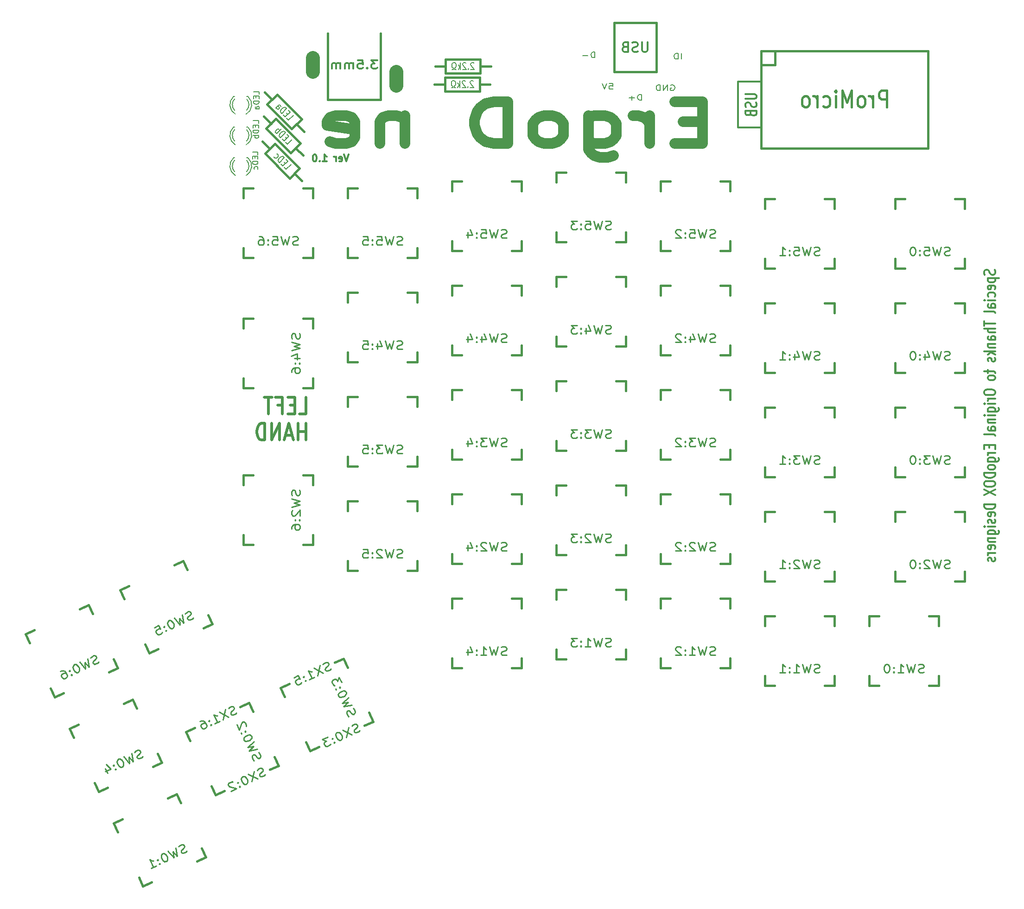
<source format=gbo>
G04 #@! TF.FileFunction,Legend,Bot*
%FSLAX46Y46*%
G04 Gerber Fmt 4.6, Leading zero omitted, Abs format (unit mm)*
G04 Created by KiCad (PCBNEW 4.0.1-stable) date 7/17/2016 9:51:10 PM*
%MOMM*%
G01*
G04 APERTURE LIST*
%ADD10C,0.150000*%
%ADD11C,0.304800*%
%ADD12C,0.317500*%
%ADD13C,0.203200*%
%ADD14C,1.905000*%
%ADD15C,0.508000*%
%ADD16C,0.381000*%
%ADD17C,2.540000*%
%ADD18C,0.254000*%
%ADD19C,0.457200*%
G04 APERTURE END LIST*
D10*
D11*
X157752238Y-41541857D02*
X159397190Y-41541857D01*
X159590714Y-41614429D01*
X159687476Y-41687000D01*
X159784238Y-41832143D01*
X159784238Y-42122429D01*
X159687476Y-42267571D01*
X159590714Y-42340143D01*
X159397190Y-42412714D01*
X157752238Y-42412714D01*
X159687476Y-43065857D02*
X159784238Y-43283571D01*
X159784238Y-43646428D01*
X159687476Y-43791571D01*
X159590714Y-43864142D01*
X159397190Y-43936714D01*
X159203667Y-43936714D01*
X159010143Y-43864142D01*
X158913381Y-43791571D01*
X158816619Y-43646428D01*
X158719857Y-43356142D01*
X158623095Y-43211000D01*
X158526333Y-43138428D01*
X158332810Y-43065857D01*
X158139286Y-43065857D01*
X157945762Y-43138428D01*
X157849000Y-43211000D01*
X157752238Y-43356142D01*
X157752238Y-43719000D01*
X157849000Y-43936714D01*
X158719857Y-45097857D02*
X158816619Y-45315571D01*
X158913381Y-45388143D01*
X159106905Y-45460714D01*
X159397190Y-45460714D01*
X159590714Y-45388143D01*
X159687476Y-45315571D01*
X159784238Y-45170429D01*
X159784238Y-44589857D01*
X157752238Y-44589857D01*
X157752238Y-45097857D01*
X157849000Y-45243000D01*
X157945762Y-45315571D01*
X158139286Y-45388143D01*
X158332810Y-45388143D01*
X158526333Y-45315571D01*
X158623095Y-45243000D01*
X158719857Y-45097857D01*
X158719857Y-44589857D01*
X160765000Y-48265000D02*
X160765000Y-48065000D01*
X156365000Y-47665000D02*
X160765000Y-47665000D01*
X156365000Y-39365000D02*
X156365000Y-47465000D01*
X160665000Y-39265000D02*
X156365000Y-39265000D01*
X203287476Y-73667572D02*
X203384238Y-73885286D01*
X203384238Y-74248143D01*
X203287476Y-74393286D01*
X203190714Y-74465857D01*
X202997190Y-74538429D01*
X202803667Y-74538429D01*
X202610143Y-74465857D01*
X202513381Y-74393286D01*
X202416619Y-74248143D01*
X202319857Y-73957857D01*
X202223095Y-73812715D01*
X202126333Y-73740143D01*
X201932810Y-73667572D01*
X201739286Y-73667572D01*
X201545762Y-73740143D01*
X201449000Y-73812715D01*
X201352238Y-73957857D01*
X201352238Y-74320715D01*
X201449000Y-74538429D01*
X202029571Y-75191572D02*
X204061571Y-75191572D01*
X202126333Y-75191572D02*
X202029571Y-75336715D01*
X202029571Y-75627001D01*
X202126333Y-75772144D01*
X202223095Y-75844715D01*
X202416619Y-75917286D01*
X202997190Y-75917286D01*
X203190714Y-75844715D01*
X203287476Y-75772144D01*
X203384238Y-75627001D01*
X203384238Y-75336715D01*
X203287476Y-75191572D01*
X203287476Y-77151001D02*
X203384238Y-77005858D01*
X203384238Y-76715572D01*
X203287476Y-76570429D01*
X203093952Y-76497858D01*
X202319857Y-76497858D01*
X202126333Y-76570429D01*
X202029571Y-76715572D01*
X202029571Y-77005858D01*
X202126333Y-77151001D01*
X202319857Y-77223572D01*
X202513381Y-77223572D01*
X202706905Y-76497858D01*
X203287476Y-78529858D02*
X203384238Y-78384715D01*
X203384238Y-78094429D01*
X203287476Y-77949287D01*
X203190714Y-77876715D01*
X202997190Y-77804144D01*
X202416619Y-77804144D01*
X202223095Y-77876715D01*
X202126333Y-77949287D01*
X202029571Y-78094429D01*
X202029571Y-78384715D01*
X202126333Y-78529858D01*
X203384238Y-79183001D02*
X202029571Y-79183001D01*
X201352238Y-79183001D02*
X201449000Y-79110430D01*
X201545762Y-79183001D01*
X201449000Y-79255573D01*
X201352238Y-79183001D01*
X201545762Y-79183001D01*
X203384238Y-80561858D02*
X202319857Y-80561858D01*
X202126333Y-80489287D01*
X202029571Y-80344144D01*
X202029571Y-80053858D01*
X202126333Y-79908715D01*
X203287476Y-80561858D02*
X203384238Y-80416715D01*
X203384238Y-80053858D01*
X203287476Y-79908715D01*
X203093952Y-79836144D01*
X202900429Y-79836144D01*
X202706905Y-79908715D01*
X202610143Y-80053858D01*
X202610143Y-80416715D01*
X202513381Y-80561858D01*
X203384238Y-81505286D02*
X203287476Y-81360144D01*
X203093952Y-81287572D01*
X201352238Y-81287572D01*
X201352238Y-83029287D02*
X201352238Y-83900144D01*
X203384238Y-83464715D02*
X201352238Y-83464715D01*
X203384238Y-84408144D02*
X201352238Y-84408144D01*
X203384238Y-85061287D02*
X202319857Y-85061287D01*
X202126333Y-84988716D01*
X202029571Y-84843573D01*
X202029571Y-84625858D01*
X202126333Y-84480716D01*
X202223095Y-84408144D01*
X203384238Y-86440144D02*
X202319857Y-86440144D01*
X202126333Y-86367573D01*
X202029571Y-86222430D01*
X202029571Y-85932144D01*
X202126333Y-85787001D01*
X203287476Y-86440144D02*
X203384238Y-86295001D01*
X203384238Y-85932144D01*
X203287476Y-85787001D01*
X203093952Y-85714430D01*
X202900429Y-85714430D01*
X202706905Y-85787001D01*
X202610143Y-85932144D01*
X202610143Y-86295001D01*
X202513381Y-86440144D01*
X202029571Y-87165858D02*
X203384238Y-87165858D01*
X202223095Y-87165858D02*
X202126333Y-87238430D01*
X202029571Y-87383572D01*
X202029571Y-87601287D01*
X202126333Y-87746430D01*
X202319857Y-87819001D01*
X203384238Y-87819001D01*
X203384238Y-88544715D02*
X201352238Y-88544715D01*
X202610143Y-88689858D02*
X203384238Y-89125287D01*
X202029571Y-89125287D02*
X202803667Y-88544715D01*
X203287476Y-89705858D02*
X203384238Y-89851001D01*
X203384238Y-90141286D01*
X203287476Y-90286429D01*
X203093952Y-90359001D01*
X202997190Y-90359001D01*
X202803667Y-90286429D01*
X202706905Y-90141286D01*
X202706905Y-89923572D01*
X202610143Y-89778429D01*
X202416619Y-89705858D01*
X202319857Y-89705858D01*
X202126333Y-89778429D01*
X202029571Y-89923572D01*
X202029571Y-90141286D01*
X202126333Y-90286429D01*
X202029571Y-91955572D02*
X202029571Y-92536143D01*
X201352238Y-92173286D02*
X203093952Y-92173286D01*
X203287476Y-92245858D01*
X203384238Y-92391000D01*
X203384238Y-92536143D01*
X203384238Y-93261857D02*
X203287476Y-93116715D01*
X203190714Y-93044143D01*
X202997190Y-92971572D01*
X202416619Y-92971572D01*
X202223095Y-93044143D01*
X202126333Y-93116715D01*
X202029571Y-93261857D01*
X202029571Y-93479572D01*
X202126333Y-93624715D01*
X202223095Y-93697286D01*
X202416619Y-93769857D01*
X202997190Y-93769857D01*
X203190714Y-93697286D01*
X203287476Y-93624715D01*
X203384238Y-93479572D01*
X203384238Y-93261857D01*
X201352238Y-95874429D02*
X201352238Y-96164715D01*
X201449000Y-96309857D01*
X201642524Y-96455000D01*
X202029571Y-96527572D01*
X202706905Y-96527572D01*
X203093952Y-96455000D01*
X203287476Y-96309857D01*
X203384238Y-96164715D01*
X203384238Y-95874429D01*
X203287476Y-95729286D01*
X203093952Y-95584143D01*
X202706905Y-95511572D01*
X202029571Y-95511572D01*
X201642524Y-95584143D01*
X201449000Y-95729286D01*
X201352238Y-95874429D01*
X203384238Y-97180714D02*
X202029571Y-97180714D01*
X202416619Y-97180714D02*
X202223095Y-97253286D01*
X202126333Y-97325857D01*
X202029571Y-97471000D01*
X202029571Y-97616143D01*
X203384238Y-98124143D02*
X202029571Y-98124143D01*
X201352238Y-98124143D02*
X201449000Y-98051572D01*
X201545762Y-98124143D01*
X201449000Y-98196715D01*
X201352238Y-98124143D01*
X201545762Y-98124143D01*
X202029571Y-99503000D02*
X203674524Y-99503000D01*
X203868048Y-99430429D01*
X203964810Y-99357857D01*
X204061571Y-99212714D01*
X204061571Y-98995000D01*
X203964810Y-98849857D01*
X203287476Y-99503000D02*
X203384238Y-99357857D01*
X203384238Y-99067571D01*
X203287476Y-98922429D01*
X203190714Y-98849857D01*
X202997190Y-98777286D01*
X202416619Y-98777286D01*
X202223095Y-98849857D01*
X202126333Y-98922429D01*
X202029571Y-99067571D01*
X202029571Y-99357857D01*
X202126333Y-99503000D01*
X203384238Y-100228714D02*
X202029571Y-100228714D01*
X201352238Y-100228714D02*
X201449000Y-100156143D01*
X201545762Y-100228714D01*
X201449000Y-100301286D01*
X201352238Y-100228714D01*
X201545762Y-100228714D01*
X202029571Y-100954428D02*
X203384238Y-100954428D01*
X202223095Y-100954428D02*
X202126333Y-101027000D01*
X202029571Y-101172142D01*
X202029571Y-101389857D01*
X202126333Y-101535000D01*
X202319857Y-101607571D01*
X203384238Y-101607571D01*
X203384238Y-102986428D02*
X202319857Y-102986428D01*
X202126333Y-102913857D01*
X202029571Y-102768714D01*
X202029571Y-102478428D01*
X202126333Y-102333285D01*
X203287476Y-102986428D02*
X203384238Y-102841285D01*
X203384238Y-102478428D01*
X203287476Y-102333285D01*
X203093952Y-102260714D01*
X202900429Y-102260714D01*
X202706905Y-102333285D01*
X202610143Y-102478428D01*
X202610143Y-102841285D01*
X202513381Y-102986428D01*
X203384238Y-103929856D02*
X203287476Y-103784714D01*
X203093952Y-103712142D01*
X201352238Y-103712142D01*
X202319857Y-105671571D02*
X202319857Y-106179571D01*
X203384238Y-106397285D02*
X203384238Y-105671571D01*
X201352238Y-105671571D01*
X201352238Y-106397285D01*
X203384238Y-107050428D02*
X202029571Y-107050428D01*
X202416619Y-107050428D02*
X202223095Y-107123000D01*
X202126333Y-107195571D01*
X202029571Y-107340714D01*
X202029571Y-107485857D01*
X202029571Y-108647000D02*
X203674524Y-108647000D01*
X203868048Y-108574429D01*
X203964810Y-108501857D01*
X204061571Y-108356714D01*
X204061571Y-108139000D01*
X203964810Y-107993857D01*
X203287476Y-108647000D02*
X203384238Y-108501857D01*
X203384238Y-108211571D01*
X203287476Y-108066429D01*
X203190714Y-107993857D01*
X202997190Y-107921286D01*
X202416619Y-107921286D01*
X202223095Y-107993857D01*
X202126333Y-108066429D01*
X202029571Y-108211571D01*
X202029571Y-108501857D01*
X202126333Y-108647000D01*
X203384238Y-109590428D02*
X203287476Y-109445286D01*
X203190714Y-109372714D01*
X202997190Y-109300143D01*
X202416619Y-109300143D01*
X202223095Y-109372714D01*
X202126333Y-109445286D01*
X202029571Y-109590428D01*
X202029571Y-109808143D01*
X202126333Y-109953286D01*
X202223095Y-110025857D01*
X202416619Y-110098428D01*
X202997190Y-110098428D01*
X203190714Y-110025857D01*
X203287476Y-109953286D01*
X203384238Y-109808143D01*
X203384238Y-109590428D01*
X203384238Y-110751571D02*
X201352238Y-110751571D01*
X201352238Y-111114428D01*
X201449000Y-111332143D01*
X201642524Y-111477285D01*
X201836048Y-111549857D01*
X202223095Y-111622428D01*
X202513381Y-111622428D01*
X202900429Y-111549857D01*
X203093952Y-111477285D01*
X203287476Y-111332143D01*
X203384238Y-111114428D01*
X203384238Y-110751571D01*
X201352238Y-112565857D02*
X201352238Y-112856143D01*
X201449000Y-113001285D01*
X201642524Y-113146428D01*
X202029571Y-113219000D01*
X202706905Y-113219000D01*
X203093952Y-113146428D01*
X203287476Y-113001285D01*
X203384238Y-112856143D01*
X203384238Y-112565857D01*
X203287476Y-112420714D01*
X203093952Y-112275571D01*
X202706905Y-112203000D01*
X202029571Y-112203000D01*
X201642524Y-112275571D01*
X201449000Y-112420714D01*
X201352238Y-112565857D01*
X201352238Y-113726999D02*
X203384238Y-114742999D01*
X201352238Y-114742999D02*
X203384238Y-113726999D01*
X203384238Y-116484714D02*
X201352238Y-116484714D01*
X201352238Y-116847571D01*
X201449000Y-117065286D01*
X201642524Y-117210428D01*
X201836048Y-117283000D01*
X202223095Y-117355571D01*
X202513381Y-117355571D01*
X202900429Y-117283000D01*
X203093952Y-117210428D01*
X203287476Y-117065286D01*
X203384238Y-116847571D01*
X203384238Y-116484714D01*
X203287476Y-118589286D02*
X203384238Y-118444143D01*
X203384238Y-118153857D01*
X203287476Y-118008714D01*
X203093952Y-117936143D01*
X202319857Y-117936143D01*
X202126333Y-118008714D01*
X202029571Y-118153857D01*
X202029571Y-118444143D01*
X202126333Y-118589286D01*
X202319857Y-118661857D01*
X202513381Y-118661857D01*
X202706905Y-117936143D01*
X203287476Y-119242429D02*
X203384238Y-119387572D01*
X203384238Y-119677857D01*
X203287476Y-119823000D01*
X203093952Y-119895572D01*
X202997190Y-119895572D01*
X202803667Y-119823000D01*
X202706905Y-119677857D01*
X202706905Y-119460143D01*
X202610143Y-119315000D01*
X202416619Y-119242429D01*
X202319857Y-119242429D01*
X202126333Y-119315000D01*
X202029571Y-119460143D01*
X202029571Y-119677857D01*
X202126333Y-119823000D01*
X203384238Y-120548714D02*
X202029571Y-120548714D01*
X201352238Y-120548714D02*
X201449000Y-120476143D01*
X201545762Y-120548714D01*
X201449000Y-120621286D01*
X201352238Y-120548714D01*
X201545762Y-120548714D01*
X202029571Y-121927571D02*
X203674524Y-121927571D01*
X203868048Y-121855000D01*
X203964810Y-121782428D01*
X204061571Y-121637285D01*
X204061571Y-121419571D01*
X203964810Y-121274428D01*
X203287476Y-121927571D02*
X203384238Y-121782428D01*
X203384238Y-121492142D01*
X203287476Y-121347000D01*
X203190714Y-121274428D01*
X202997190Y-121201857D01*
X202416619Y-121201857D01*
X202223095Y-121274428D01*
X202126333Y-121347000D01*
X202029571Y-121492142D01*
X202029571Y-121782428D01*
X202126333Y-121927571D01*
X202029571Y-122653285D02*
X203384238Y-122653285D01*
X202223095Y-122653285D02*
X202126333Y-122725857D01*
X202029571Y-122870999D01*
X202029571Y-123088714D01*
X202126333Y-123233857D01*
X202319857Y-123306428D01*
X203384238Y-123306428D01*
X203287476Y-124612714D02*
X203384238Y-124467571D01*
X203384238Y-124177285D01*
X203287476Y-124032142D01*
X203093952Y-123959571D01*
X202319857Y-123959571D01*
X202126333Y-124032142D01*
X202029571Y-124177285D01*
X202029571Y-124467571D01*
X202126333Y-124612714D01*
X202319857Y-124685285D01*
X202513381Y-124685285D01*
X202706905Y-123959571D01*
X203384238Y-125338428D02*
X202029571Y-125338428D01*
X202416619Y-125338428D02*
X202223095Y-125411000D01*
X202126333Y-125483571D01*
X202029571Y-125628714D01*
X202029571Y-125773857D01*
X203287476Y-126209286D02*
X203384238Y-126354429D01*
X203384238Y-126644714D01*
X203287476Y-126789857D01*
X203093952Y-126862429D01*
X202997190Y-126862429D01*
X202803667Y-126789857D01*
X202706905Y-126644714D01*
X202706905Y-126427000D01*
X202610143Y-126281857D01*
X202416619Y-126209286D01*
X202319857Y-126209286D01*
X202126333Y-126281857D01*
X202029571Y-126427000D01*
X202029571Y-126644714D01*
X202126333Y-126789857D01*
D12*
X85321428Y-52569524D02*
X84898094Y-53839524D01*
X84474761Y-52569524D01*
X83567619Y-53779048D02*
X83688571Y-53839524D01*
X83930476Y-53839524D01*
X84051428Y-53779048D01*
X84111904Y-53658095D01*
X84111904Y-53174286D01*
X84051428Y-53053333D01*
X83930476Y-52992857D01*
X83688571Y-52992857D01*
X83567619Y-53053333D01*
X83507142Y-53174286D01*
X83507142Y-53295238D01*
X84111904Y-53416190D01*
X82962857Y-53839524D02*
X82962857Y-52992857D01*
X82962857Y-53234762D02*
X82902381Y-53113810D01*
X82841905Y-53053333D01*
X82720952Y-52992857D01*
X82600000Y-52992857D01*
X80543810Y-53839524D02*
X81269524Y-53839524D01*
X80906667Y-53839524D02*
X80906667Y-52569524D01*
X81027619Y-52750952D01*
X81148572Y-52871905D01*
X81269524Y-52932381D01*
X79999524Y-53718571D02*
X79939048Y-53779048D01*
X79999524Y-53839524D01*
X80060000Y-53779048D01*
X79999524Y-53718571D01*
X79999524Y-53839524D01*
X79152857Y-52569524D02*
X79031905Y-52569524D01*
X78910953Y-52630000D01*
X78850476Y-52690476D01*
X78790000Y-52811429D01*
X78729524Y-53053333D01*
X78729524Y-53355714D01*
X78790000Y-53597619D01*
X78850476Y-53718571D01*
X78910953Y-53779048D01*
X79031905Y-53839524D01*
X79152857Y-53839524D01*
X79273810Y-53779048D01*
X79334286Y-53718571D01*
X79394762Y-53597619D01*
X79455238Y-53355714D01*
X79455238Y-53053333D01*
X79394762Y-52811429D01*
X79334286Y-52690476D01*
X79273810Y-52630000D01*
X79152857Y-52569524D01*
D13*
X146050000Y-35124619D02*
X146050000Y-34108619D01*
X145445238Y-35124619D02*
X145445238Y-34108619D01*
X145142857Y-34108619D01*
X144961429Y-34157000D01*
X144840476Y-34253762D01*
X144780000Y-34350524D01*
X144719524Y-34544048D01*
X144719524Y-34689190D01*
X144780000Y-34882714D01*
X144840476Y-34979476D01*
X144961429Y-35076238D01*
X145142857Y-35124619D01*
X145445238Y-35124619D01*
X138786809Y-42623619D02*
X138786809Y-41607619D01*
X138484428Y-41607619D01*
X138303000Y-41656000D01*
X138182047Y-41752762D01*
X138121571Y-41849524D01*
X138061095Y-42043048D01*
X138061095Y-42188190D01*
X138121571Y-42381714D01*
X138182047Y-42478476D01*
X138303000Y-42575238D01*
X138484428Y-42623619D01*
X138786809Y-42623619D01*
X137516809Y-42236571D02*
X136549190Y-42236571D01*
X137033000Y-42623619D02*
X137033000Y-41849524D01*
X144132619Y-39907000D02*
X144253571Y-39858619D01*
X144435000Y-39858619D01*
X144616428Y-39907000D01*
X144737381Y-40003762D01*
X144797857Y-40100524D01*
X144858333Y-40294048D01*
X144858333Y-40439190D01*
X144797857Y-40632714D01*
X144737381Y-40729476D01*
X144616428Y-40826238D01*
X144435000Y-40874619D01*
X144314048Y-40874619D01*
X144132619Y-40826238D01*
X144072143Y-40777857D01*
X144072143Y-40439190D01*
X144314048Y-40439190D01*
X143527857Y-40874619D02*
X143527857Y-39858619D01*
X142802143Y-40874619D01*
X142802143Y-39858619D01*
X142197381Y-40874619D02*
X142197381Y-39858619D01*
X141895000Y-39858619D01*
X141713572Y-39907000D01*
X141592619Y-40003762D01*
X141532143Y-40100524D01*
X141471667Y-40294048D01*
X141471667Y-40439190D01*
X141532143Y-40632714D01*
X141592619Y-40729476D01*
X141713572Y-40826238D01*
X141895000Y-40874619D01*
X142197381Y-40874619D01*
X132906904Y-39608619D02*
X133511666Y-39608619D01*
X133572142Y-40092429D01*
X133511666Y-40044048D01*
X133390714Y-39995667D01*
X133088333Y-39995667D01*
X132967380Y-40044048D01*
X132906904Y-40092429D01*
X132846428Y-40189190D01*
X132846428Y-40431095D01*
X132906904Y-40527857D01*
X132967380Y-40576238D01*
X133088333Y-40624619D01*
X133390714Y-40624619D01*
X133511666Y-40576238D01*
X133572142Y-40527857D01*
X132483571Y-39608619D02*
X132060237Y-40624619D01*
X131636904Y-39608619D01*
X130283809Y-34874619D02*
X130283809Y-33858619D01*
X129981428Y-33858619D01*
X129800000Y-33907000D01*
X129679047Y-34003762D01*
X129618571Y-34100524D01*
X129558095Y-34294048D01*
X129558095Y-34439190D01*
X129618571Y-34632714D01*
X129679047Y-34729476D01*
X129800000Y-34826238D01*
X129981428Y-34874619D01*
X130283809Y-34874619D01*
X129013809Y-34487571D02*
X128046190Y-34487571D01*
D14*
X149901000Y-46520714D02*
X146345000Y-46520714D01*
X144821000Y-50512143D02*
X149901000Y-50512143D01*
X149901000Y-42892143D01*
X144821000Y-42892143D01*
X140249000Y-50512143D02*
X140249000Y-45432143D01*
X140249000Y-46883571D02*
X139741000Y-46157857D01*
X139233000Y-45795000D01*
X138217000Y-45432143D01*
X137201000Y-45432143D01*
X129073000Y-45432143D02*
X129073000Y-51600714D01*
X129581000Y-52326429D01*
X130089000Y-52689286D01*
X131105000Y-53052143D01*
X132629000Y-53052143D01*
X133645000Y-52689286D01*
X129073000Y-50149286D02*
X130089000Y-50512143D01*
X132121000Y-50512143D01*
X133137000Y-50149286D01*
X133645000Y-49786429D01*
X134153000Y-49060714D01*
X134153000Y-46883571D01*
X133645000Y-46157857D01*
X133137000Y-45795000D01*
X132121000Y-45432143D01*
X130089000Y-45432143D01*
X129073000Y-45795000D01*
X122469000Y-50512143D02*
X123485000Y-50149286D01*
X123993000Y-49786429D01*
X124501000Y-49060714D01*
X124501000Y-46883571D01*
X123993000Y-46157857D01*
X123485000Y-45795000D01*
X122469000Y-45432143D01*
X120945000Y-45432143D01*
X119929000Y-45795000D01*
X119421000Y-46157857D01*
X118913000Y-46883571D01*
X118913000Y-49060714D01*
X119421000Y-49786429D01*
X119929000Y-50149286D01*
X120945000Y-50512143D01*
X122469000Y-50512143D01*
X114341000Y-50512143D02*
X114341000Y-42892143D01*
X111801000Y-42892143D01*
X110277000Y-43255000D01*
X109261000Y-43980714D01*
X108753000Y-44706429D01*
X108245000Y-46157857D01*
X108245000Y-47246429D01*
X108753000Y-48697857D01*
X109261000Y-49423571D01*
X110277000Y-50149286D01*
X111801000Y-50512143D01*
X114341000Y-50512143D01*
X95545000Y-45432143D02*
X95545000Y-50512143D01*
X95545000Y-46157857D02*
X95037000Y-45795000D01*
X94021000Y-45432143D01*
X92497000Y-45432143D01*
X91481000Y-45795000D01*
X90973000Y-46520714D01*
X90973000Y-50512143D01*
X81829000Y-50149286D02*
X82845000Y-50512143D01*
X84877000Y-50512143D01*
X85893000Y-50149286D01*
X86401000Y-49423571D01*
X86401000Y-46520714D01*
X85893000Y-45795000D01*
X84877000Y-45432143D01*
X82845000Y-45432143D01*
X81829000Y-45795000D01*
X81321000Y-46520714D01*
X81321000Y-47246429D01*
X86401000Y-47972143D01*
D15*
X76290714Y-99956257D02*
X77500238Y-99956257D01*
X77500238Y-96908257D01*
X75444048Y-98359686D02*
X74597381Y-98359686D01*
X74234524Y-99956257D02*
X75444048Y-99956257D01*
X75444048Y-96908257D01*
X74234524Y-96908257D01*
X72299286Y-98359686D02*
X73145953Y-98359686D01*
X73145953Y-99956257D02*
X73145953Y-96908257D01*
X71936429Y-96908257D01*
X71331667Y-96908257D02*
X69880239Y-96908257D01*
X70605953Y-99956257D02*
X70605953Y-96908257D01*
X77500238Y-104731457D02*
X77500238Y-101683457D01*
X77500238Y-103134886D02*
X76048810Y-103134886D01*
X76048810Y-104731457D02*
X76048810Y-101683457D01*
X74960238Y-103860600D02*
X73750715Y-103860600D01*
X75202143Y-104731457D02*
X74355477Y-101683457D01*
X73508810Y-104731457D01*
X72662143Y-104731457D02*
X72662143Y-101683457D01*
X71210715Y-104731457D01*
X71210715Y-101683457D01*
X70001191Y-104731457D02*
X70001191Y-101683457D01*
X69396429Y-101683457D01*
X69033572Y-101828600D01*
X68791667Y-102118886D01*
X68670715Y-102409171D01*
X68549763Y-102989743D01*
X68549763Y-103425171D01*
X68670715Y-104005743D01*
X68791667Y-104296029D01*
X69033572Y-104586314D01*
X69396429Y-104731457D01*
X70001191Y-104731457D01*
D16*
X133791960Y-28481020D02*
X133791960Y-37480240D01*
X133791960Y-37480240D02*
X141493240Y-37480240D01*
X141493240Y-37480240D02*
X141493240Y-28481020D01*
X141493240Y-28481020D02*
X133791960Y-28481020D01*
X76708090Y-46112038D02*
X72217962Y-41621910D01*
X72217962Y-41621910D02*
X70421910Y-43417962D01*
X70421910Y-43417962D02*
X74912038Y-47908090D01*
X74912038Y-47908090D02*
X76708090Y-46112038D01*
X69972898Y-41172898D02*
X71319936Y-42519936D01*
X77157102Y-48357102D02*
X75810064Y-47010064D01*
X76508090Y-50512038D02*
X72017962Y-46021910D01*
X72017962Y-46021910D02*
X70221910Y-47817962D01*
X70221910Y-47817962D02*
X74712038Y-52308090D01*
X74712038Y-52308090D02*
X76508090Y-50512038D01*
X69772898Y-45572898D02*
X71119936Y-46919936D01*
X76957102Y-52757102D02*
X75610064Y-51410064D01*
X76308090Y-55112038D02*
X71817962Y-50621910D01*
X71817962Y-50621910D02*
X70021910Y-52417962D01*
X70021910Y-52417962D02*
X74512038Y-56908090D01*
X74512038Y-56908090D02*
X76308090Y-55112038D01*
X69572898Y-50172898D02*
X70919936Y-51519936D01*
X76757102Y-57357102D02*
X75410064Y-56010064D01*
X102990000Y-37735000D02*
X109340000Y-37735000D01*
X109340000Y-37735000D02*
X109340000Y-35195000D01*
X109340000Y-35195000D02*
X102990000Y-35195000D01*
X102990000Y-35195000D02*
X102990000Y-37735000D01*
X111245000Y-36465000D02*
X109340000Y-36465000D01*
X101085000Y-36465000D02*
X102990000Y-36465000D01*
X102890000Y-41035000D02*
X109240000Y-41035000D01*
X109240000Y-41035000D02*
X109240000Y-38495000D01*
X109240000Y-38495000D02*
X102890000Y-38495000D01*
X102890000Y-38495000D02*
X102890000Y-41035000D01*
X111145000Y-39765000D02*
X109240000Y-39765000D01*
X100985000Y-39765000D02*
X102890000Y-39765000D01*
D17*
X78740000Y-37465000D02*
X78740000Y-34925000D01*
X93980000Y-40005000D02*
X93980000Y-37465000D01*
D16*
X160655000Y-51435000D02*
X160655000Y-33655000D01*
X160655000Y-33655000D02*
X191135000Y-33655000D01*
X191135000Y-33655000D02*
X191135000Y-51435000D01*
X191135000Y-51435000D02*
X160655000Y-51435000D01*
X160655000Y-36195000D02*
X163195000Y-36195000D01*
X163195000Y-36195000D02*
X163195000Y-33655000D01*
X91109800Y-30480000D02*
X91109800Y-42545000D01*
X91109800Y-42545000D02*
X81508600Y-42545000D01*
X81508600Y-42545000D02*
X81508600Y-30480000D01*
X66040000Y-58750200D02*
X67818000Y-58750200D01*
X76962000Y-58750200D02*
X78740000Y-58750200D01*
X78740000Y-58750200D02*
X78740000Y-60528200D01*
X78740000Y-69672200D02*
X78740000Y-71450200D01*
X78740000Y-71450200D02*
X76962000Y-71450200D01*
X67818000Y-71450200D02*
X66040000Y-71450200D01*
X66040000Y-71450200D02*
X66040000Y-69672200D01*
X66040000Y-60528200D02*
X66040000Y-58750200D01*
X66040000Y-95260160D02*
X66040000Y-93482160D01*
X66040000Y-84338160D02*
X66040000Y-82560160D01*
X66040000Y-82560160D02*
X67818000Y-82560160D01*
X76962000Y-82560160D02*
X78740000Y-82560160D01*
X78740000Y-82560160D02*
X78740000Y-84338160D01*
X78740000Y-93482160D02*
X78740000Y-95260160D01*
X78740000Y-95260160D02*
X76962000Y-95260160D01*
X67818000Y-95260160D02*
X66040000Y-95260160D01*
X66040000Y-123835160D02*
X66040000Y-122057160D01*
X66040000Y-112913160D02*
X66040000Y-111135160D01*
X66040000Y-111135160D02*
X67818000Y-111135160D01*
X76962000Y-111135160D02*
X78740000Y-111135160D01*
X78740000Y-111135160D02*
X78740000Y-112913160D01*
X78740000Y-122057160D02*
X78740000Y-123835160D01*
X78740000Y-123835160D02*
X76962000Y-123835160D01*
X67818000Y-123835160D02*
X66040000Y-123835160D01*
X180340000Y-136852660D02*
X182118000Y-136852660D01*
X191262000Y-136852660D02*
X193040000Y-136852660D01*
X193040000Y-136852660D02*
X193040000Y-138630660D01*
X193040000Y-147774660D02*
X193040000Y-149552660D01*
X193040000Y-149552660D02*
X191262000Y-149552660D01*
X182118000Y-149552660D02*
X180340000Y-149552660D01*
X180340000Y-149552660D02*
X180340000Y-147774660D01*
X180340000Y-138630660D02*
X180340000Y-136852660D01*
X85090000Y-77797660D02*
X86868000Y-77797660D01*
X96012000Y-77797660D02*
X97790000Y-77797660D01*
X97790000Y-77797660D02*
X97790000Y-79575660D01*
X97790000Y-88719660D02*
X97790000Y-90497660D01*
X97790000Y-90497660D02*
X96012000Y-90497660D01*
X86868000Y-90497660D02*
X85090000Y-90497660D01*
X85090000Y-90497660D02*
X85090000Y-88719660D01*
X85090000Y-79575660D02*
X85090000Y-77797660D01*
X34309520Y-157461652D02*
X35920935Y-156710236D01*
X44208213Y-152845815D02*
X45819628Y-152094400D01*
X45819628Y-152094400D02*
X46571044Y-153705815D01*
X50435465Y-161993093D02*
X51186880Y-163604508D01*
X51186880Y-163604508D02*
X49575465Y-164355924D01*
X41288187Y-168220345D02*
X39676772Y-168971760D01*
X39676772Y-168971760D02*
X38925356Y-167360345D01*
X35060935Y-159073067D02*
X34309520Y-157461652D01*
X42361320Y-174728572D02*
X43972735Y-173977156D01*
X52260013Y-170112735D02*
X53871428Y-169361320D01*
X53871428Y-169361320D02*
X54622844Y-170972735D01*
X58487265Y-179260013D02*
X59238680Y-180871428D01*
X59238680Y-180871428D02*
X57627265Y-181622844D01*
X49339987Y-185487265D02*
X47728572Y-186238680D01*
X47728572Y-186238680D02*
X46977156Y-184627265D01*
X43112735Y-176339987D02*
X42361320Y-174728572D01*
X26260260Y-140197272D02*
X27871675Y-139445856D01*
X36158953Y-135581435D02*
X37770368Y-134830020D01*
X37770368Y-134830020D02*
X38521784Y-136441435D01*
X42386205Y-144728713D02*
X43137620Y-146340128D01*
X43137620Y-146340128D02*
X41526205Y-147091544D01*
X33238927Y-150955965D02*
X31627512Y-151707380D01*
X31627512Y-151707380D02*
X30876096Y-150095965D01*
X27011675Y-141808687D02*
X26260260Y-140197272D01*
X43524640Y-132148012D02*
X45136055Y-131396596D01*
X53423333Y-127532175D02*
X55034748Y-126780760D01*
X55034748Y-126780760D02*
X55786164Y-128392175D01*
X59650585Y-136679453D02*
X60402000Y-138290868D01*
X60402000Y-138290868D02*
X58790585Y-139042284D01*
X50503307Y-142906705D02*
X48891892Y-143658120D01*
X48891892Y-143658120D02*
X48140476Y-142046705D01*
X44276055Y-133759427D02*
X43524640Y-132148012D01*
X161290000Y-60655200D02*
X163068000Y-60655200D01*
X172212000Y-60655200D02*
X173990000Y-60655200D01*
X173990000Y-60655200D02*
X173990000Y-62433200D01*
X173990000Y-71577200D02*
X173990000Y-73355200D01*
X173990000Y-73355200D02*
X172212000Y-73355200D01*
X163068000Y-73355200D02*
X161290000Y-73355200D01*
X161290000Y-73355200D02*
X161290000Y-71577200D01*
X161290000Y-62433200D02*
X161290000Y-60655200D01*
X142240000Y-57477660D02*
X144018000Y-57477660D01*
X153162000Y-57477660D02*
X154940000Y-57477660D01*
X154940000Y-57477660D02*
X154940000Y-59255660D01*
X154940000Y-68399660D02*
X154940000Y-70177660D01*
X154940000Y-70177660D02*
X153162000Y-70177660D01*
X144018000Y-70177660D02*
X142240000Y-70177660D01*
X142240000Y-70177660D02*
X142240000Y-68399660D01*
X142240000Y-59255660D02*
X142240000Y-57477660D01*
X123190000Y-55880000D02*
X124968000Y-55880000D01*
X134112000Y-55880000D02*
X135890000Y-55880000D01*
X135890000Y-55880000D02*
X135890000Y-57658000D01*
X135890000Y-66802000D02*
X135890000Y-68580000D01*
X135890000Y-68580000D02*
X134112000Y-68580000D01*
X124968000Y-68580000D02*
X123190000Y-68580000D01*
X123190000Y-68580000D02*
X123190000Y-66802000D01*
X123190000Y-57658000D02*
X123190000Y-55880000D01*
X104140000Y-57477660D02*
X105918000Y-57477660D01*
X115062000Y-57477660D02*
X116840000Y-57477660D01*
X116840000Y-57477660D02*
X116840000Y-59255660D01*
X116840000Y-68399660D02*
X116840000Y-70177660D01*
X116840000Y-70177660D02*
X115062000Y-70177660D01*
X105918000Y-70177660D02*
X104140000Y-70177660D01*
X104140000Y-70177660D02*
X104140000Y-68399660D01*
X104140000Y-59255660D02*
X104140000Y-57477660D01*
X142240000Y-133677660D02*
X144018000Y-133677660D01*
X153162000Y-133677660D02*
X154940000Y-133677660D01*
X154940000Y-133677660D02*
X154940000Y-135455660D01*
X154940000Y-144599660D02*
X154940000Y-146377660D01*
X154940000Y-146377660D02*
X153162000Y-146377660D01*
X144018000Y-146377660D02*
X142240000Y-146377660D01*
X142240000Y-146377660D02*
X142240000Y-144599660D01*
X142240000Y-135455660D02*
X142240000Y-133677660D01*
X161290000Y-79702660D02*
X163068000Y-79702660D01*
X172212000Y-79702660D02*
X173990000Y-79702660D01*
X173990000Y-79702660D02*
X173990000Y-81480660D01*
X173990000Y-90624660D02*
X173990000Y-92402660D01*
X173990000Y-92402660D02*
X172212000Y-92402660D01*
X163068000Y-92402660D02*
X161290000Y-92402660D01*
X161290000Y-92402660D02*
X161290000Y-90624660D01*
X161290000Y-81480660D02*
X161290000Y-79702660D01*
X123190000Y-74930000D02*
X124968000Y-74930000D01*
X134112000Y-74930000D02*
X135890000Y-74930000D01*
X135890000Y-74930000D02*
X135890000Y-76708000D01*
X135890000Y-85852000D02*
X135890000Y-87630000D01*
X135890000Y-87630000D02*
X134112000Y-87630000D01*
X124968000Y-87630000D02*
X123190000Y-87630000D01*
X123190000Y-87630000D02*
X123190000Y-85852000D01*
X123190000Y-76708000D02*
X123190000Y-74930000D01*
X104140000Y-76527660D02*
X105918000Y-76527660D01*
X115062000Y-76527660D02*
X116840000Y-76527660D01*
X116840000Y-76527660D02*
X116840000Y-78305660D01*
X116840000Y-87449660D02*
X116840000Y-89227660D01*
X116840000Y-89227660D02*
X115062000Y-89227660D01*
X105918000Y-89227660D02*
X104140000Y-89227660D01*
X104140000Y-89227660D02*
X104140000Y-87449660D01*
X104140000Y-78305660D02*
X104140000Y-76527660D01*
X161290000Y-98752660D02*
X163068000Y-98752660D01*
X172212000Y-98752660D02*
X173990000Y-98752660D01*
X173990000Y-98752660D02*
X173990000Y-100530660D01*
X173990000Y-109674660D02*
X173990000Y-111452660D01*
X173990000Y-111452660D02*
X172212000Y-111452660D01*
X163068000Y-111452660D02*
X161290000Y-111452660D01*
X161290000Y-111452660D02*
X161290000Y-109674660D01*
X161290000Y-100530660D02*
X161290000Y-98752660D01*
X142240000Y-95577660D02*
X144018000Y-95577660D01*
X153162000Y-95577660D02*
X154940000Y-95577660D01*
X154940000Y-95577660D02*
X154940000Y-97355660D01*
X154940000Y-106499660D02*
X154940000Y-108277660D01*
X154940000Y-108277660D02*
X153162000Y-108277660D01*
X144018000Y-108277660D02*
X142240000Y-108277660D01*
X142240000Y-108277660D02*
X142240000Y-106499660D01*
X142240000Y-97355660D02*
X142240000Y-95577660D01*
X123190000Y-93980000D02*
X124968000Y-93980000D01*
X134112000Y-93980000D02*
X135890000Y-93980000D01*
X135890000Y-93980000D02*
X135890000Y-95758000D01*
X135890000Y-104902000D02*
X135890000Y-106680000D01*
X135890000Y-106680000D02*
X134112000Y-106680000D01*
X124968000Y-106680000D02*
X123190000Y-106680000D01*
X123190000Y-106680000D02*
X123190000Y-104902000D01*
X123190000Y-95758000D02*
X123190000Y-93980000D01*
X104140000Y-95577660D02*
X105918000Y-95577660D01*
X115062000Y-95577660D02*
X116840000Y-95577660D01*
X116840000Y-95577660D02*
X116840000Y-97355660D01*
X116840000Y-106499660D02*
X116840000Y-108277660D01*
X116840000Y-108277660D02*
X115062000Y-108277660D01*
X105918000Y-108277660D02*
X104140000Y-108277660D01*
X104140000Y-108277660D02*
X104140000Y-106499660D01*
X104140000Y-97355660D02*
X104140000Y-95577660D01*
X85090000Y-96847660D02*
X86868000Y-96847660D01*
X96012000Y-96847660D02*
X97790000Y-96847660D01*
X97790000Y-96847660D02*
X97790000Y-98625660D01*
X97790000Y-107769660D02*
X97790000Y-109547660D01*
X97790000Y-109547660D02*
X96012000Y-109547660D01*
X86868000Y-109547660D02*
X85090000Y-109547660D01*
X85090000Y-109547660D02*
X85090000Y-107769660D01*
X85090000Y-98625660D02*
X85090000Y-96847660D01*
X161290000Y-117802660D02*
X163068000Y-117802660D01*
X172212000Y-117802660D02*
X173990000Y-117802660D01*
X173990000Y-117802660D02*
X173990000Y-119580660D01*
X173990000Y-128724660D02*
X173990000Y-130502660D01*
X173990000Y-130502660D02*
X172212000Y-130502660D01*
X163068000Y-130502660D02*
X161290000Y-130502660D01*
X161290000Y-130502660D02*
X161290000Y-128724660D01*
X161290000Y-119580660D02*
X161290000Y-117802660D01*
X142240000Y-114627660D02*
X144018000Y-114627660D01*
X153162000Y-114627660D02*
X154940000Y-114627660D01*
X154940000Y-114627660D02*
X154940000Y-116405660D01*
X154940000Y-125549660D02*
X154940000Y-127327660D01*
X154940000Y-127327660D02*
X153162000Y-127327660D01*
X144018000Y-127327660D02*
X142240000Y-127327660D01*
X142240000Y-127327660D02*
X142240000Y-125549660D01*
X142240000Y-116405660D02*
X142240000Y-114627660D01*
X123190000Y-113030000D02*
X124968000Y-113030000D01*
X134112000Y-113030000D02*
X135890000Y-113030000D01*
X135890000Y-113030000D02*
X135890000Y-114808000D01*
X135890000Y-123952000D02*
X135890000Y-125730000D01*
X135890000Y-125730000D02*
X134112000Y-125730000D01*
X124968000Y-125730000D02*
X123190000Y-125730000D01*
X123190000Y-125730000D02*
X123190000Y-123952000D01*
X123190000Y-114808000D02*
X123190000Y-113030000D01*
X104140000Y-114627660D02*
X105918000Y-114627660D01*
X115062000Y-114627660D02*
X116840000Y-114627660D01*
X116840000Y-114627660D02*
X116840000Y-116405660D01*
X116840000Y-125549660D02*
X116840000Y-127327660D01*
X116840000Y-127327660D02*
X115062000Y-127327660D01*
X105918000Y-127327660D02*
X104140000Y-127327660D01*
X104140000Y-127327660D02*
X104140000Y-125549660D01*
X104140000Y-116405660D02*
X104140000Y-114627660D01*
X85090000Y-115897660D02*
X86868000Y-115897660D01*
X96012000Y-115897660D02*
X97790000Y-115897660D01*
X97790000Y-115897660D02*
X97790000Y-117675660D01*
X97790000Y-126819660D02*
X97790000Y-128597660D01*
X97790000Y-128597660D02*
X96012000Y-128597660D01*
X86868000Y-128597660D02*
X85090000Y-128597660D01*
X85090000Y-128597660D02*
X85090000Y-126819660D01*
X85090000Y-117675660D02*
X85090000Y-115897660D01*
X161290000Y-136852660D02*
X163068000Y-136852660D01*
X172212000Y-136852660D02*
X173990000Y-136852660D01*
X173990000Y-136852660D02*
X173990000Y-138630660D01*
X173990000Y-147774660D02*
X173990000Y-149552660D01*
X173990000Y-149552660D02*
X172212000Y-149552660D01*
X163068000Y-149552660D02*
X161290000Y-149552660D01*
X161290000Y-149552660D02*
X161290000Y-147774660D01*
X161290000Y-138630660D02*
X161290000Y-136852660D01*
X123190000Y-132080000D02*
X124968000Y-132080000D01*
X134112000Y-132080000D02*
X135890000Y-132080000D01*
X135890000Y-132080000D02*
X135890000Y-133858000D01*
X135890000Y-143002000D02*
X135890000Y-144780000D01*
X135890000Y-144780000D02*
X134112000Y-144780000D01*
X124968000Y-144780000D02*
X123190000Y-144780000D01*
X123190000Y-144780000D02*
X123190000Y-143002000D01*
X123190000Y-133858000D02*
X123190000Y-132080000D01*
X104140000Y-133677660D02*
X105918000Y-133677660D01*
X115062000Y-133677660D02*
X116840000Y-133677660D01*
X116840000Y-133677660D02*
X116840000Y-135455660D01*
X116840000Y-144599660D02*
X116840000Y-146377660D01*
X116840000Y-146377660D02*
X115062000Y-146377660D01*
X105918000Y-146377660D02*
X104140000Y-146377660D01*
X104140000Y-146377660D02*
X104140000Y-144599660D01*
X104140000Y-135455660D02*
X104140000Y-133677660D01*
X78231432Y-161504160D02*
X77480016Y-159892745D01*
X73615595Y-151605467D02*
X72864180Y-149994052D01*
X72864180Y-149994052D02*
X74475595Y-149242636D01*
X82762873Y-145378215D02*
X84374288Y-144626800D01*
X84374288Y-144626800D02*
X85125704Y-146238215D01*
X88990125Y-154525493D02*
X89741540Y-156136908D01*
X89741540Y-156136908D02*
X88130125Y-156888324D01*
X79842847Y-160752745D02*
X78231432Y-161504160D01*
X60967052Y-169555960D02*
X60215636Y-167944545D01*
X56351215Y-159657267D02*
X55599800Y-158045852D01*
X55599800Y-158045852D02*
X57211215Y-157294436D01*
X65498493Y-153430015D02*
X67109908Y-152678600D01*
X67109908Y-152678600D02*
X67861324Y-154290015D01*
X71725745Y-162577293D02*
X72477160Y-164188708D01*
X72477160Y-164188708D02*
X70865745Y-164940124D01*
X62578467Y-168804545D02*
X60967052Y-169555960D01*
X142240000Y-76527660D02*
X144018000Y-76527660D01*
X153162000Y-76527660D02*
X154940000Y-76527660D01*
X154940000Y-76527660D02*
X154940000Y-78305660D01*
X154940000Y-87449660D02*
X154940000Y-89227660D01*
X154940000Y-89227660D02*
X153162000Y-89227660D01*
X144018000Y-89227660D02*
X142240000Y-89227660D01*
X142240000Y-89227660D02*
X142240000Y-87449660D01*
X142240000Y-78305660D02*
X142240000Y-76527660D01*
X85090000Y-58750200D02*
X86868000Y-58750200D01*
X96012000Y-58750200D02*
X97790000Y-58750200D01*
X97790000Y-58750200D02*
X97790000Y-60528200D01*
X97790000Y-69672200D02*
X97790000Y-71450200D01*
X97790000Y-71450200D02*
X96012000Y-71450200D01*
X86868000Y-71450200D02*
X85090000Y-71450200D01*
X85090000Y-71450200D02*
X85090000Y-69672200D01*
X85090000Y-60528200D02*
X85090000Y-58750200D01*
X185102500Y-60655200D02*
X186880500Y-60655200D01*
X196024500Y-60655200D02*
X197802500Y-60655200D01*
X197802500Y-60655200D02*
X197802500Y-62433200D01*
X197802500Y-71577200D02*
X197802500Y-73355200D01*
X197802500Y-73355200D02*
X196024500Y-73355200D01*
X186880500Y-73355200D02*
X185102500Y-73355200D01*
X185102500Y-73355200D02*
X185102500Y-71577200D01*
X185102500Y-62433200D02*
X185102500Y-60655200D01*
X185102500Y-79702660D02*
X186880500Y-79702660D01*
X196024500Y-79702660D02*
X197802500Y-79702660D01*
X197802500Y-79702660D02*
X197802500Y-81480660D01*
X197802500Y-90624660D02*
X197802500Y-92402660D01*
X197802500Y-92402660D02*
X196024500Y-92402660D01*
X186880500Y-92402660D02*
X185102500Y-92402660D01*
X185102500Y-92402660D02*
X185102500Y-90624660D01*
X185102500Y-81480660D02*
X185102500Y-79702660D01*
X185102500Y-98752660D02*
X186880500Y-98752660D01*
X196024500Y-98752660D02*
X197802500Y-98752660D01*
X197802500Y-98752660D02*
X197802500Y-100530660D01*
X197802500Y-109674660D02*
X197802500Y-111452660D01*
X197802500Y-111452660D02*
X196024500Y-111452660D01*
X186880500Y-111452660D02*
X185102500Y-111452660D01*
X185102500Y-111452660D02*
X185102500Y-109674660D01*
X185102500Y-100530660D02*
X185102500Y-98752660D01*
X185102500Y-117802660D02*
X186880500Y-117802660D01*
X196024500Y-117802660D02*
X197802500Y-117802660D01*
X197802500Y-117802660D02*
X197802500Y-119580660D01*
X197802500Y-128724660D02*
X197802500Y-130502660D01*
X197802500Y-130502660D02*
X196024500Y-130502660D01*
X186880500Y-130502660D02*
X185102500Y-130502660D01*
X185102500Y-130502660D02*
X185102500Y-128724660D01*
X185102500Y-119580660D02*
X185102500Y-117802660D01*
D10*
X66879000Y-41966000D02*
X66679000Y-41966000D01*
X64285000Y-41966000D02*
X64465000Y-41966000D01*
X64595357Y-45193744D02*
G75*
G02X64279000Y-41966000I1003643J1727744D01*
G01*
X64465932Y-44518006D02*
G75*
G02X64465000Y-42415000I1133068J1052006D01*
G01*
X66905726Y-41978780D02*
G75*
G02X66559000Y-45216000I-1306726J-1497220D01*
G01*
X66678253Y-42452111D02*
G75*
G02X66659000Y-44500000I-1079253J-1013889D01*
G01*
X66879000Y-47566000D02*
X66679000Y-47566000D01*
X64285000Y-47566000D02*
X64465000Y-47566000D01*
X64595357Y-50793744D02*
G75*
G02X64279000Y-47566000I1003643J1727744D01*
G01*
X64465932Y-50118006D02*
G75*
G02X64465000Y-48015000I1133068J1052006D01*
G01*
X66905726Y-47578780D02*
G75*
G02X66559000Y-50816000I-1306726J-1497220D01*
G01*
X66678253Y-48052111D02*
G75*
G02X66659000Y-50100000I-1079253J-1013889D01*
G01*
X66879000Y-53166000D02*
X66679000Y-53166000D01*
X64285000Y-53166000D02*
X64465000Y-53166000D01*
X64595357Y-56393744D02*
G75*
G02X64279000Y-53166000I1003643J1727744D01*
G01*
X64465932Y-55718006D02*
G75*
G02X64465000Y-53615000I1133068J1052006D01*
G01*
X66905726Y-53178780D02*
G75*
G02X66559000Y-56416000I-1306726J-1497220D01*
G01*
X66678253Y-53652111D02*
G75*
G02X66659000Y-55700000I-1079253J-1013889D01*
G01*
D11*
X139886267Y-32046333D02*
X139886267Y-33485667D01*
X139801600Y-33655000D01*
X139716933Y-33739667D01*
X139547600Y-33824333D01*
X139208933Y-33824333D01*
X139039600Y-33739667D01*
X138954933Y-33655000D01*
X138870267Y-33485667D01*
X138870267Y-32046333D01*
X138108266Y-33739667D02*
X137854266Y-33824333D01*
X137430933Y-33824333D01*
X137261600Y-33739667D01*
X137176933Y-33655000D01*
X137092266Y-33485667D01*
X137092266Y-33316333D01*
X137176933Y-33147000D01*
X137261600Y-33062333D01*
X137430933Y-32977667D01*
X137769600Y-32893000D01*
X137938933Y-32808333D01*
X138023600Y-32723667D01*
X138108266Y-32554333D01*
X138108266Y-32385000D01*
X138023600Y-32215667D01*
X137938933Y-32131000D01*
X137769600Y-32046333D01*
X137346266Y-32046333D01*
X137092266Y-32131000D01*
X135737600Y-32893000D02*
X135483600Y-32977667D01*
X135398933Y-33062333D01*
X135314267Y-33231667D01*
X135314267Y-33485667D01*
X135398933Y-33655000D01*
X135483600Y-33739667D01*
X135652933Y-33824333D01*
X136330267Y-33824333D01*
X136330267Y-32046333D01*
X135737600Y-32046333D01*
X135568267Y-32131000D01*
X135483600Y-32215667D01*
X135398933Y-32385000D01*
X135398933Y-32554333D01*
X135483600Y-32723667D01*
X135568267Y-32808333D01*
X135737600Y-32893000D01*
X136330267Y-32893000D01*
D18*
X82081776Y-146516662D02*
X81882244Y-146689780D01*
X81498574Y-146868688D01*
X81314436Y-146874479D01*
X81207032Y-146844489D01*
X81068958Y-146748726D01*
X81007618Y-146617182D01*
X81023012Y-146449856D01*
X81069076Y-146348303D01*
X81191874Y-146210967D01*
X81468141Y-146002068D01*
X81590938Y-145864732D01*
X81637003Y-145763179D01*
X81652396Y-145595853D01*
X81591056Y-145464309D01*
X81452982Y-145368546D01*
X81345578Y-145338556D01*
X81161441Y-145344348D01*
X80777770Y-145523257D01*
X80578237Y-145696373D01*
X80010430Y-145881073D02*
X79580223Y-147763230D01*
X78936153Y-146382017D02*
X80654500Y-147262286D01*
X78122276Y-148443082D02*
X79043085Y-148013701D01*
X78582680Y-148228392D02*
X77938610Y-146847178D01*
X78184089Y-146972931D01*
X78398897Y-147032912D01*
X78583034Y-147027120D01*
X77370330Y-148633572D02*
X77324266Y-148735126D01*
X77431670Y-148765116D01*
X77477734Y-148663562D01*
X77370330Y-148633572D01*
X77431670Y-148765116D01*
X77032960Y-147910079D02*
X76986896Y-148011633D01*
X77094300Y-148041624D01*
X77140363Y-147940070D01*
X77032960Y-147910079D01*
X77094300Y-148041624D01*
X75252918Y-148099537D02*
X76020259Y-147741720D01*
X76403693Y-148363659D01*
X76296289Y-148333668D01*
X76112150Y-148339460D01*
X75728480Y-148518368D01*
X75605682Y-148655703D01*
X75559618Y-148757257D01*
X75544224Y-148924583D01*
X75697574Y-149253444D01*
X75835649Y-149349206D01*
X75943053Y-149379196D01*
X76127191Y-149373405D01*
X76510861Y-149194497D01*
X76633659Y-149057161D01*
X76679723Y-148955608D01*
X64817396Y-154568462D02*
X64617864Y-154741580D01*
X64234194Y-154920488D01*
X64050056Y-154926279D01*
X63942652Y-154896289D01*
X63804578Y-154800526D01*
X63743238Y-154668982D01*
X63758632Y-154501656D01*
X63804696Y-154400103D01*
X63927494Y-154262767D01*
X64203761Y-154053868D01*
X64326558Y-153916532D01*
X64372623Y-153814979D01*
X64388016Y-153647653D01*
X64326676Y-153516109D01*
X64188602Y-153420346D01*
X64081198Y-153390356D01*
X63897061Y-153396148D01*
X63513390Y-153575057D01*
X63313857Y-153748173D01*
X62746050Y-153932873D02*
X62315843Y-155815030D01*
X61671773Y-154433817D02*
X63390120Y-155314086D01*
X60857896Y-156494882D02*
X61778705Y-156065501D01*
X61318300Y-156280192D02*
X60674230Y-154898978D01*
X60919709Y-155024731D01*
X61134517Y-155084712D01*
X61318654Y-155078920D01*
X60105950Y-156685372D02*
X60059886Y-156786926D01*
X60167290Y-156816916D01*
X60213354Y-156715362D01*
X60105950Y-156685372D01*
X60167290Y-156816916D01*
X59768580Y-155961879D02*
X59722516Y-156063433D01*
X59829920Y-156093424D01*
X59875983Y-155991870D01*
X59768580Y-155961879D01*
X59829920Y-156093424D01*
X58065273Y-156115555D02*
X58372208Y-155972429D01*
X58556347Y-155966637D01*
X58663750Y-155996627D01*
X58909229Y-156122380D01*
X59108642Y-156349686D01*
X59354003Y-156875863D01*
X59338609Y-157043189D01*
X59292545Y-157144743D01*
X59169747Y-157282078D01*
X58862811Y-157425205D01*
X58678673Y-157430996D01*
X58571269Y-157401006D01*
X58433194Y-157305244D01*
X58279844Y-156976383D01*
X58295238Y-156809057D01*
X58341302Y-156707503D01*
X58464100Y-156570168D01*
X58771037Y-156427041D01*
X58955175Y-156421250D01*
X59062579Y-156451240D01*
X59200653Y-156547003D01*
X87342604Y-157798326D02*
X87143072Y-157971444D01*
X86759402Y-158150352D01*
X86575264Y-158156143D01*
X86467860Y-158126153D01*
X86329786Y-158030390D01*
X86268446Y-157898846D01*
X86283840Y-157731520D01*
X86329904Y-157629967D01*
X86452702Y-157492631D01*
X86728969Y-157283732D01*
X86851766Y-157146396D01*
X86897831Y-157044843D01*
X86913224Y-156877517D01*
X86851884Y-156745973D01*
X86713810Y-156650210D01*
X86606406Y-156620220D01*
X86422269Y-156626012D01*
X86038598Y-156804921D01*
X85839065Y-156978037D01*
X85271258Y-157162737D02*
X84841051Y-159044894D01*
X84196981Y-157663681D02*
X85915328Y-158543950D01*
X83276173Y-158093061D02*
X83122705Y-158164624D01*
X82999906Y-158301959D01*
X82953842Y-158403512D01*
X82938448Y-158570838D01*
X82984394Y-158869709D01*
X83137744Y-159198569D01*
X83337158Y-159425875D01*
X83475233Y-159521638D01*
X83582636Y-159551628D01*
X83766775Y-159545837D01*
X83920243Y-159474274D01*
X84043040Y-159336938D01*
X84089105Y-159235384D01*
X84104499Y-159068058D01*
X84058552Y-158769189D01*
X83905202Y-158440328D01*
X83705789Y-158213021D01*
X83567714Y-158117259D01*
X83460310Y-158087269D01*
X83276173Y-158093061D01*
X82631158Y-159915236D02*
X82585094Y-160016790D01*
X82692498Y-160046780D01*
X82738562Y-159945226D01*
X82631158Y-159915236D01*
X82692498Y-160046780D01*
X82293788Y-159191743D02*
X82247724Y-159293297D01*
X82355128Y-159323288D01*
X82401191Y-159221734D01*
X82293788Y-159191743D01*
X82355128Y-159323288D01*
X81434555Y-158951821D02*
X80437012Y-159416983D01*
X81219511Y-159692687D01*
X80989308Y-159800032D01*
X80866510Y-159937367D01*
X80820446Y-160038921D01*
X80805052Y-160206247D01*
X80958402Y-160535108D01*
X81096477Y-160630870D01*
X81203881Y-160660860D01*
X81388019Y-160655069D01*
X81848423Y-160440379D01*
X81971221Y-160303043D01*
X82017285Y-160201490D01*
X70075684Y-165847586D02*
X69876152Y-166020704D01*
X69492482Y-166199612D01*
X69308344Y-166205403D01*
X69200940Y-166175413D01*
X69062866Y-166079650D01*
X69001526Y-165948106D01*
X69016920Y-165780780D01*
X69062984Y-165679227D01*
X69185782Y-165541891D01*
X69462049Y-165332992D01*
X69584846Y-165195656D01*
X69630911Y-165094103D01*
X69646304Y-164926777D01*
X69584964Y-164795233D01*
X69446890Y-164699470D01*
X69339486Y-164669480D01*
X69155349Y-164675272D01*
X68771678Y-164854181D01*
X68572145Y-165027297D01*
X68004338Y-165211997D02*
X67574131Y-167094154D01*
X66930061Y-165712941D02*
X68648408Y-166593210D01*
X66009253Y-166142321D02*
X65855785Y-166213884D01*
X65732986Y-166351219D01*
X65686922Y-166452772D01*
X65671528Y-166620098D01*
X65717474Y-166918969D01*
X65870824Y-167247829D01*
X66070238Y-167475135D01*
X66208313Y-167570898D01*
X66315716Y-167600888D01*
X66499855Y-167595097D01*
X66653323Y-167523534D01*
X66776120Y-167386198D01*
X66822185Y-167284644D01*
X66837579Y-167117318D01*
X66791632Y-166818449D01*
X66638282Y-166489588D01*
X66438869Y-166262281D01*
X66300794Y-166166519D01*
X66193390Y-166136529D01*
X66009253Y-166142321D01*
X65364238Y-167964496D02*
X65318174Y-168066050D01*
X65425578Y-168096040D01*
X65471642Y-167994486D01*
X65364238Y-167964496D01*
X65425578Y-168096040D01*
X65026868Y-167241003D02*
X64980804Y-167342557D01*
X65088208Y-167372548D01*
X65134271Y-167270994D01*
X65026868Y-167241003D01*
X65088208Y-167372548D01*
X64152240Y-167168406D02*
X64044837Y-167138416D01*
X63860699Y-167144208D01*
X63477029Y-167323116D01*
X63354231Y-167460451D01*
X63308166Y-167562004D01*
X63292772Y-167729331D01*
X63354112Y-167860875D01*
X63522856Y-168022409D01*
X64811705Y-168382294D01*
X63814162Y-168847456D01*
D13*
X73945592Y-45958091D02*
X74287696Y-46300196D01*
X75185722Y-45402170D01*
X74176512Y-45248223D02*
X73937039Y-45008750D01*
X73364013Y-45376513D02*
X73706118Y-45718618D01*
X74604144Y-44820592D01*
X74262039Y-44478487D01*
X73056119Y-45068618D02*
X73954144Y-44170593D01*
X73783092Y-43999540D01*
X73637698Y-43939672D01*
X73483751Y-43956777D01*
X73364013Y-44008093D01*
X73158750Y-44144935D01*
X73030461Y-44273224D01*
X72893619Y-44478487D01*
X72842304Y-44598224D01*
X72825198Y-44752172D01*
X72885066Y-44897566D01*
X73056119Y-45068618D01*
X72029804Y-44042304D02*
X72500198Y-43571909D01*
X72619936Y-43520593D01*
X72731120Y-43546251D01*
X72867961Y-43683093D01*
X72893619Y-43794277D01*
X72072567Y-43999541D02*
X72098225Y-44110725D01*
X72269277Y-44281777D01*
X72380461Y-44307435D01*
X72500198Y-44256119D01*
X72585724Y-44170593D01*
X72637040Y-44050855D01*
X72611382Y-43939671D01*
X72440330Y-43768619D01*
X72414672Y-43657435D01*
X73745592Y-50358091D02*
X74087696Y-50700196D01*
X74985722Y-49802170D01*
X73976512Y-49648223D02*
X73737039Y-49408750D01*
X73164013Y-49776513D02*
X73506118Y-50118618D01*
X74404144Y-49220592D01*
X74062039Y-48878487D01*
X72856119Y-49468618D02*
X73754144Y-48570593D01*
X73583092Y-48399540D01*
X73437698Y-48339672D01*
X73283751Y-48356777D01*
X73164013Y-48408093D01*
X72958750Y-48544935D01*
X72830461Y-48673224D01*
X72693619Y-48878487D01*
X72642304Y-48998224D01*
X72625198Y-49152172D01*
X72685066Y-49297566D01*
X72856119Y-49468618D01*
X72137698Y-48750198D02*
X73035724Y-47852172D01*
X72693619Y-48194277D02*
X72667961Y-48083093D01*
X72531120Y-47946251D01*
X72419936Y-47920593D01*
X72342961Y-47929146D01*
X72223225Y-47980462D01*
X71966646Y-48237040D01*
X71915331Y-48356777D01*
X71906778Y-48433751D01*
X71932436Y-48544935D01*
X72069277Y-48681777D01*
X72180461Y-48707435D01*
X73528486Y-54940986D02*
X73870591Y-55283090D01*
X74768616Y-54385065D01*
X73759407Y-54231118D02*
X73519934Y-53991645D01*
X72946908Y-54359407D02*
X73289012Y-54701512D01*
X74187038Y-53803486D01*
X73844933Y-53461382D01*
X72639013Y-54051513D02*
X73537039Y-53153487D01*
X73365986Y-52982434D01*
X73220592Y-52922566D01*
X73066645Y-52939671D01*
X72946908Y-52990987D01*
X72741645Y-53127830D01*
X72613356Y-53256119D01*
X72476513Y-53461382D01*
X72425198Y-53581118D01*
X72408092Y-53735066D01*
X72467960Y-53880460D01*
X72639013Y-54051513D01*
X71655461Y-52982435D02*
X71681119Y-53093619D01*
X71817961Y-53230461D01*
X71929145Y-53256119D01*
X72006119Y-53247565D01*
X72125856Y-53196250D01*
X72382434Y-52939671D01*
X72433750Y-52819935D01*
X72442303Y-52742961D01*
X72416645Y-52631777D01*
X72279803Y-52494935D01*
X72168619Y-52469277D01*
X108172809Y-35890476D02*
X108124428Y-35830000D01*
X108027666Y-35769524D01*
X107785762Y-35769524D01*
X107689000Y-35830000D01*
X107640619Y-35890476D01*
X107592238Y-36011429D01*
X107592238Y-36132381D01*
X107640619Y-36313810D01*
X108221190Y-37039524D01*
X107592238Y-37039524D01*
X107156809Y-36918571D02*
X107108428Y-36979048D01*
X107156809Y-37039524D01*
X107205190Y-36979048D01*
X107156809Y-36918571D01*
X107156809Y-37039524D01*
X106721380Y-35890476D02*
X106672999Y-35830000D01*
X106576237Y-35769524D01*
X106334333Y-35769524D01*
X106237571Y-35830000D01*
X106189190Y-35890476D01*
X106140809Y-36011429D01*
X106140809Y-36132381D01*
X106189190Y-36313810D01*
X106769761Y-37039524D01*
X106140809Y-37039524D01*
X105705380Y-37039524D02*
X105705380Y-35769524D01*
X105608618Y-36555714D02*
X105318333Y-37039524D01*
X105318333Y-36192857D02*
X105705380Y-36676667D01*
X104931285Y-37039524D02*
X104689380Y-37039524D01*
X104689380Y-36797619D01*
X104786142Y-36737143D01*
X104882904Y-36616190D01*
X104931285Y-36434762D01*
X104931285Y-36132381D01*
X104882904Y-35950952D01*
X104786142Y-35830000D01*
X104640999Y-35769524D01*
X104447476Y-35769524D01*
X104302333Y-35830000D01*
X104205571Y-35950952D01*
X104157190Y-36132381D01*
X104157190Y-36434762D01*
X104205571Y-36616190D01*
X104302333Y-36737143D01*
X104399095Y-36797619D01*
X104399095Y-37039524D01*
X104157190Y-37039524D01*
X108072809Y-39190476D02*
X108024428Y-39130000D01*
X107927666Y-39069524D01*
X107685762Y-39069524D01*
X107589000Y-39130000D01*
X107540619Y-39190476D01*
X107492238Y-39311429D01*
X107492238Y-39432381D01*
X107540619Y-39613810D01*
X108121190Y-40339524D01*
X107492238Y-40339524D01*
X107056809Y-40218571D02*
X107008428Y-40279048D01*
X107056809Y-40339524D01*
X107105190Y-40279048D01*
X107056809Y-40218571D01*
X107056809Y-40339524D01*
X106621380Y-39190476D02*
X106572999Y-39130000D01*
X106476237Y-39069524D01*
X106234333Y-39069524D01*
X106137571Y-39130000D01*
X106089190Y-39190476D01*
X106040809Y-39311429D01*
X106040809Y-39432381D01*
X106089190Y-39613810D01*
X106669761Y-40339524D01*
X106040809Y-40339524D01*
X105605380Y-40339524D02*
X105605380Y-39069524D01*
X105508618Y-39855714D02*
X105218333Y-40339524D01*
X105218333Y-39492857D02*
X105605380Y-39976667D01*
X104831285Y-40339524D02*
X104589380Y-40339524D01*
X104589380Y-40097619D01*
X104686142Y-40037143D01*
X104782904Y-39916190D01*
X104831285Y-39734762D01*
X104831285Y-39432381D01*
X104782904Y-39250952D01*
X104686142Y-39130000D01*
X104540999Y-39069524D01*
X104347476Y-39069524D01*
X104202333Y-39130000D01*
X104105571Y-39250952D01*
X104057190Y-39432381D01*
X104057190Y-39734762D01*
X104105571Y-39916190D01*
X104202333Y-40037143D01*
X104299095Y-40097619D01*
X104299095Y-40339524D01*
X104057190Y-40339524D01*
D19*
X183575476Y-43923857D02*
X183575476Y-40875857D01*
X182607857Y-40875857D01*
X182365952Y-41021000D01*
X182245000Y-41166143D01*
X182124048Y-41456429D01*
X182124048Y-41891857D01*
X182245000Y-42182143D01*
X182365952Y-42327286D01*
X182607857Y-42472429D01*
X183575476Y-42472429D01*
X181035476Y-43923857D02*
X181035476Y-41891857D01*
X181035476Y-42472429D02*
X180914524Y-42182143D01*
X180793571Y-42037000D01*
X180551667Y-41891857D01*
X180309762Y-41891857D01*
X179100238Y-43923857D02*
X179342143Y-43778714D01*
X179463095Y-43633571D01*
X179584047Y-43343286D01*
X179584047Y-42472429D01*
X179463095Y-42182143D01*
X179342143Y-42037000D01*
X179100238Y-41891857D01*
X178737381Y-41891857D01*
X178495476Y-42037000D01*
X178374524Y-42182143D01*
X178253571Y-42472429D01*
X178253571Y-43343286D01*
X178374524Y-43633571D01*
X178495476Y-43778714D01*
X178737381Y-43923857D01*
X179100238Y-43923857D01*
X177165000Y-43923857D02*
X177165000Y-40875857D01*
X176318333Y-43053000D01*
X175471667Y-40875857D01*
X175471667Y-43923857D01*
X174262143Y-43923857D02*
X174262143Y-41891857D01*
X174262143Y-40875857D02*
X174383095Y-41021000D01*
X174262143Y-41166143D01*
X174141191Y-41021000D01*
X174262143Y-40875857D01*
X174262143Y-41166143D01*
X171964048Y-43778714D02*
X172205952Y-43923857D01*
X172689762Y-43923857D01*
X172931667Y-43778714D01*
X173052619Y-43633571D01*
X173173571Y-43343286D01*
X173173571Y-42472429D01*
X173052619Y-42182143D01*
X172931667Y-42037000D01*
X172689762Y-41891857D01*
X172205952Y-41891857D01*
X171964048Y-42037000D01*
X170875476Y-43923857D02*
X170875476Y-41891857D01*
X170875476Y-42472429D02*
X170754524Y-42182143D01*
X170633571Y-42037000D01*
X170391667Y-41891857D01*
X170149762Y-41891857D01*
X168940238Y-43923857D02*
X169182143Y-43778714D01*
X169303095Y-43633571D01*
X169424047Y-43343286D01*
X169424047Y-42472429D01*
X169303095Y-42182143D01*
X169182143Y-42037000D01*
X168940238Y-41891857D01*
X168577381Y-41891857D01*
X168335476Y-42037000D01*
X168214524Y-42182143D01*
X168093571Y-42472429D01*
X168093571Y-43343286D01*
X168214524Y-43633571D01*
X168335476Y-43778714D01*
X168577381Y-43923857D01*
X168940238Y-43923857D01*
D11*
X90542533Y-35360429D02*
X89441866Y-35360429D01*
X90034533Y-35941000D01*
X89780533Y-35941000D01*
X89611200Y-36013571D01*
X89526533Y-36086143D01*
X89441866Y-36231286D01*
X89441866Y-36594143D01*
X89526533Y-36739286D01*
X89611200Y-36811857D01*
X89780533Y-36884429D01*
X90288533Y-36884429D01*
X90457866Y-36811857D01*
X90542533Y-36739286D01*
X88679867Y-36739286D02*
X88595200Y-36811857D01*
X88679867Y-36884429D01*
X88764533Y-36811857D01*
X88679867Y-36739286D01*
X88679867Y-36884429D01*
X86986533Y-35360429D02*
X87833200Y-35360429D01*
X87917866Y-36086143D01*
X87833200Y-36013571D01*
X87663866Y-35941000D01*
X87240533Y-35941000D01*
X87071200Y-36013571D01*
X86986533Y-36086143D01*
X86901866Y-36231286D01*
X86901866Y-36594143D01*
X86986533Y-36739286D01*
X87071200Y-36811857D01*
X87240533Y-36884429D01*
X87663866Y-36884429D01*
X87833200Y-36811857D01*
X87917866Y-36739286D01*
X86139867Y-36884429D02*
X86139867Y-35868429D01*
X86139867Y-36013571D02*
X86055200Y-35941000D01*
X85885867Y-35868429D01*
X85631867Y-35868429D01*
X85462533Y-35941000D01*
X85377867Y-36086143D01*
X85377867Y-36884429D01*
X85377867Y-36086143D02*
X85293200Y-35941000D01*
X85123867Y-35868429D01*
X84869867Y-35868429D01*
X84700533Y-35941000D01*
X84615867Y-36086143D01*
X84615867Y-36884429D01*
X83769200Y-36884429D02*
X83769200Y-35868429D01*
X83769200Y-36013571D02*
X83684533Y-35941000D01*
X83515200Y-35868429D01*
X83261200Y-35868429D01*
X83091866Y-35941000D01*
X83007200Y-36086143D01*
X83007200Y-36884429D01*
X83007200Y-36086143D02*
X82922533Y-35941000D01*
X82753200Y-35868429D01*
X82499200Y-35868429D01*
X82329866Y-35941000D01*
X82245200Y-36086143D01*
X82245200Y-36884429D01*
D18*
X76030666Y-69019057D02*
X75776666Y-69091629D01*
X75353333Y-69091629D01*
X75184000Y-69019057D01*
X75099333Y-68946486D01*
X75014666Y-68801343D01*
X75014666Y-68656200D01*
X75099333Y-68511057D01*
X75184000Y-68438486D01*
X75353333Y-68365914D01*
X75692000Y-68293343D01*
X75861333Y-68220771D01*
X75946000Y-68148200D01*
X76030666Y-68003057D01*
X76030666Y-67857914D01*
X75946000Y-67712771D01*
X75861333Y-67640200D01*
X75692000Y-67567629D01*
X75268666Y-67567629D01*
X75014666Y-67640200D01*
X74422000Y-67567629D02*
X73998667Y-69091629D01*
X73660000Y-68003057D01*
X73321333Y-69091629D01*
X72898000Y-67567629D01*
X71374000Y-67567629D02*
X72220667Y-67567629D01*
X72305333Y-68293343D01*
X72220667Y-68220771D01*
X72051333Y-68148200D01*
X71628000Y-68148200D01*
X71458667Y-68220771D01*
X71374000Y-68293343D01*
X71289333Y-68438486D01*
X71289333Y-68801343D01*
X71374000Y-68946486D01*
X71458667Y-69019057D01*
X71628000Y-69091629D01*
X72051333Y-69091629D01*
X72220667Y-69019057D01*
X72305333Y-68946486D01*
X70527334Y-68946486D02*
X70442667Y-69019057D01*
X70527334Y-69091629D01*
X70612000Y-69019057D01*
X70527334Y-68946486D01*
X70527334Y-69091629D01*
X70527334Y-68148200D02*
X70442667Y-68220771D01*
X70527334Y-68293343D01*
X70612000Y-68220771D01*
X70527334Y-68148200D01*
X70527334Y-68293343D01*
X68918667Y-67567629D02*
X69257333Y-67567629D01*
X69426667Y-67640200D01*
X69511333Y-67712771D01*
X69680667Y-67930486D01*
X69765333Y-68220771D01*
X69765333Y-68801343D01*
X69680667Y-68946486D01*
X69596000Y-69019057D01*
X69426667Y-69091629D01*
X69088000Y-69091629D01*
X68918667Y-69019057D01*
X68834000Y-68946486D01*
X68749333Y-68801343D01*
X68749333Y-68438486D01*
X68834000Y-68293343D01*
X68918667Y-68220771D01*
X69088000Y-68148200D01*
X69426667Y-68148200D01*
X69596000Y-68220771D01*
X69680667Y-68293343D01*
X69765333Y-68438486D01*
X76308857Y-85269494D02*
X76381429Y-85523494D01*
X76381429Y-85946827D01*
X76308857Y-86116160D01*
X76236286Y-86200827D01*
X76091143Y-86285494D01*
X75946000Y-86285494D01*
X75800857Y-86200827D01*
X75728286Y-86116160D01*
X75655714Y-85946827D01*
X75583143Y-85608160D01*
X75510571Y-85438827D01*
X75438000Y-85354160D01*
X75292857Y-85269494D01*
X75147714Y-85269494D01*
X75002571Y-85354160D01*
X74930000Y-85438827D01*
X74857429Y-85608160D01*
X74857429Y-86031494D01*
X74930000Y-86285494D01*
X74857429Y-86878160D02*
X76381429Y-87301493D01*
X75292857Y-87640160D01*
X76381429Y-87978827D01*
X74857429Y-88402160D01*
X75365429Y-89841493D02*
X76381429Y-89841493D01*
X74784857Y-89418160D02*
X75873429Y-88994827D01*
X75873429Y-90095493D01*
X76236286Y-90772826D02*
X76308857Y-90857493D01*
X76381429Y-90772826D01*
X76308857Y-90688160D01*
X76236286Y-90772826D01*
X76381429Y-90772826D01*
X75438000Y-90772826D02*
X75510571Y-90857493D01*
X75583143Y-90772826D01*
X75510571Y-90688160D01*
X75438000Y-90772826D01*
X75583143Y-90772826D01*
X74857429Y-92381493D02*
X74857429Y-92042827D01*
X74930000Y-91873493D01*
X75002571Y-91788827D01*
X75220286Y-91619493D01*
X75510571Y-91534827D01*
X76091143Y-91534827D01*
X76236286Y-91619493D01*
X76308857Y-91704160D01*
X76381429Y-91873493D01*
X76381429Y-92212160D01*
X76308857Y-92381493D01*
X76236286Y-92466160D01*
X76091143Y-92550827D01*
X75728286Y-92550827D01*
X75583143Y-92466160D01*
X75510571Y-92381493D01*
X75438000Y-92212160D01*
X75438000Y-91873493D01*
X75510571Y-91704160D01*
X75583143Y-91619493D01*
X75728286Y-91534827D01*
X76308857Y-113844494D02*
X76381429Y-114098494D01*
X76381429Y-114521827D01*
X76308857Y-114691160D01*
X76236286Y-114775827D01*
X76091143Y-114860494D01*
X75946000Y-114860494D01*
X75800857Y-114775827D01*
X75728286Y-114691160D01*
X75655714Y-114521827D01*
X75583143Y-114183160D01*
X75510571Y-114013827D01*
X75438000Y-113929160D01*
X75292857Y-113844494D01*
X75147714Y-113844494D01*
X75002571Y-113929160D01*
X74930000Y-114013827D01*
X74857429Y-114183160D01*
X74857429Y-114606494D01*
X74930000Y-114860494D01*
X74857429Y-115453160D02*
X76381429Y-115876493D01*
X75292857Y-116215160D01*
X76381429Y-116553827D01*
X74857429Y-116977160D01*
X75002571Y-117569827D02*
X74930000Y-117654493D01*
X74857429Y-117823827D01*
X74857429Y-118247160D01*
X74930000Y-118416493D01*
X75002571Y-118501160D01*
X75147714Y-118585827D01*
X75292857Y-118585827D01*
X75510571Y-118501160D01*
X76381429Y-117485160D01*
X76381429Y-118585827D01*
X76236286Y-119347826D02*
X76308857Y-119432493D01*
X76381429Y-119347826D01*
X76308857Y-119263160D01*
X76236286Y-119347826D01*
X76381429Y-119347826D01*
X75438000Y-119347826D02*
X75510571Y-119432493D01*
X75583143Y-119347826D01*
X75510571Y-119263160D01*
X75438000Y-119347826D01*
X75583143Y-119347826D01*
X74857429Y-120956493D02*
X74857429Y-120617827D01*
X74930000Y-120448493D01*
X75002571Y-120363827D01*
X75220286Y-120194493D01*
X75510571Y-120109827D01*
X76091143Y-120109827D01*
X76236286Y-120194493D01*
X76308857Y-120279160D01*
X76381429Y-120448493D01*
X76381429Y-120787160D01*
X76308857Y-120956493D01*
X76236286Y-121041160D01*
X76091143Y-121125827D01*
X75728286Y-121125827D01*
X75583143Y-121041160D01*
X75510571Y-120956493D01*
X75438000Y-120787160D01*
X75438000Y-120448493D01*
X75510571Y-120279160D01*
X75583143Y-120194493D01*
X75728286Y-120109827D01*
X190330666Y-147121517D02*
X190076666Y-147194089D01*
X189653333Y-147194089D01*
X189484000Y-147121517D01*
X189399333Y-147048946D01*
X189314666Y-146903803D01*
X189314666Y-146758660D01*
X189399333Y-146613517D01*
X189484000Y-146540946D01*
X189653333Y-146468374D01*
X189992000Y-146395803D01*
X190161333Y-146323231D01*
X190246000Y-146250660D01*
X190330666Y-146105517D01*
X190330666Y-145960374D01*
X190246000Y-145815231D01*
X190161333Y-145742660D01*
X189992000Y-145670089D01*
X189568666Y-145670089D01*
X189314666Y-145742660D01*
X188722000Y-145670089D02*
X188298667Y-147194089D01*
X187960000Y-146105517D01*
X187621333Y-147194089D01*
X187198000Y-145670089D01*
X185589333Y-147194089D02*
X186605333Y-147194089D01*
X186097333Y-147194089D02*
X186097333Y-145670089D01*
X186266667Y-145887803D01*
X186436000Y-146032946D01*
X186605333Y-146105517D01*
X184827334Y-147048946D02*
X184742667Y-147121517D01*
X184827334Y-147194089D01*
X184912000Y-147121517D01*
X184827334Y-147048946D01*
X184827334Y-147194089D01*
X184827334Y-146250660D02*
X184742667Y-146323231D01*
X184827334Y-146395803D01*
X184912000Y-146323231D01*
X184827334Y-146250660D01*
X184827334Y-146395803D01*
X183642000Y-145670089D02*
X183472667Y-145670089D01*
X183303333Y-145742660D01*
X183218667Y-145815231D01*
X183134000Y-145960374D01*
X183049333Y-146250660D01*
X183049333Y-146613517D01*
X183134000Y-146903803D01*
X183218667Y-147048946D01*
X183303333Y-147121517D01*
X183472667Y-147194089D01*
X183642000Y-147194089D01*
X183811333Y-147121517D01*
X183896000Y-147048946D01*
X183980667Y-146903803D01*
X184065333Y-146613517D01*
X184065333Y-146250660D01*
X183980667Y-145960374D01*
X183896000Y-145815231D01*
X183811333Y-145742660D01*
X183642000Y-145670089D01*
X95080666Y-88066517D02*
X94826666Y-88139089D01*
X94403333Y-88139089D01*
X94234000Y-88066517D01*
X94149333Y-87993946D01*
X94064666Y-87848803D01*
X94064666Y-87703660D01*
X94149333Y-87558517D01*
X94234000Y-87485946D01*
X94403333Y-87413374D01*
X94742000Y-87340803D01*
X94911333Y-87268231D01*
X94996000Y-87195660D01*
X95080666Y-87050517D01*
X95080666Y-86905374D01*
X94996000Y-86760231D01*
X94911333Y-86687660D01*
X94742000Y-86615089D01*
X94318666Y-86615089D01*
X94064666Y-86687660D01*
X93472000Y-86615089D02*
X93048667Y-88139089D01*
X92710000Y-87050517D01*
X92371333Y-88139089D01*
X91948000Y-86615089D01*
X90508667Y-87123089D02*
X90508667Y-88139089D01*
X90932000Y-86542517D02*
X91355333Y-87631089D01*
X90254667Y-87631089D01*
X89577334Y-87993946D02*
X89492667Y-88066517D01*
X89577334Y-88139089D01*
X89662000Y-88066517D01*
X89577334Y-87993946D01*
X89577334Y-88139089D01*
X89577334Y-87195660D02*
X89492667Y-87268231D01*
X89577334Y-87340803D01*
X89662000Y-87268231D01*
X89577334Y-87195660D01*
X89577334Y-87340803D01*
X87884000Y-86615089D02*
X88730667Y-86615089D01*
X88815333Y-87340803D01*
X88730667Y-87268231D01*
X88561333Y-87195660D01*
X88138000Y-87195660D01*
X87968667Y-87268231D01*
X87884000Y-87340803D01*
X87799333Y-87485946D01*
X87799333Y-87848803D01*
X87884000Y-87993946D01*
X87968667Y-88066517D01*
X88138000Y-88139089D01*
X88561333Y-88139089D01*
X88730667Y-88066517D01*
X88815333Y-87993946D01*
X47703945Y-162546158D02*
X47504413Y-162719276D01*
X47120743Y-162898184D01*
X46936605Y-162903975D01*
X46829201Y-162873985D01*
X46691126Y-162778223D01*
X46629786Y-162646678D01*
X46645181Y-162479352D01*
X46691245Y-162377799D01*
X46814043Y-162240463D01*
X47090309Y-162031565D01*
X47213107Y-161894229D01*
X47259171Y-161792675D01*
X47274565Y-161625350D01*
X47213225Y-161493805D01*
X47075151Y-161398043D01*
X46967747Y-161368053D01*
X46783609Y-161373844D01*
X46399938Y-161552753D01*
X46200406Y-161725870D01*
X45632598Y-161910569D02*
X45892999Y-163470691D01*
X45126012Y-162627236D01*
X45279126Y-163756945D01*
X44251385Y-162554640D01*
X43330577Y-162984020D02*
X43177109Y-163055583D01*
X43054310Y-163192918D01*
X43008246Y-163294471D01*
X42992852Y-163461798D01*
X43038798Y-163760668D01*
X43192148Y-164089528D01*
X43391562Y-164316835D01*
X43529637Y-164412597D01*
X43637040Y-164442587D01*
X43821179Y-164436796D01*
X43974647Y-164365233D01*
X44097444Y-164227897D01*
X44143509Y-164126344D01*
X44158903Y-163959018D01*
X44112957Y-163660148D01*
X43959607Y-163331288D01*
X43760193Y-163103981D01*
X43622119Y-163008218D01*
X43514714Y-162978228D01*
X43330577Y-162984020D01*
X42685563Y-164806195D02*
X42639498Y-164907749D01*
X42746903Y-164937740D01*
X42792966Y-164836186D01*
X42685563Y-164806195D01*
X42746903Y-164937740D01*
X42348192Y-164082702D02*
X42302128Y-164184256D01*
X42409532Y-164214247D01*
X42455596Y-164112693D01*
X42348192Y-164082702D01*
X42409532Y-164214247D01*
X40859575Y-164696783D02*
X41288955Y-165617592D01*
X40997885Y-163991698D02*
X41841605Y-164799371D01*
X40844063Y-165264532D01*
X55755745Y-179813078D02*
X55556213Y-179986196D01*
X55172543Y-180165104D01*
X54988405Y-180170895D01*
X54881001Y-180140905D01*
X54742926Y-180045143D01*
X54681586Y-179913598D01*
X54696981Y-179746272D01*
X54743045Y-179644719D01*
X54865843Y-179507383D01*
X55142109Y-179298485D01*
X55264907Y-179161149D01*
X55310971Y-179059595D01*
X55326365Y-178892270D01*
X55265025Y-178760725D01*
X55126951Y-178664963D01*
X55019547Y-178634973D01*
X54835409Y-178640764D01*
X54451738Y-178819673D01*
X54252206Y-178992790D01*
X53684398Y-179177489D02*
X53944799Y-180737611D01*
X53177812Y-179894156D01*
X53330926Y-181023865D01*
X52303185Y-179821560D01*
X51382377Y-180250940D02*
X51228909Y-180322503D01*
X51106110Y-180459838D01*
X51060046Y-180561391D01*
X51044652Y-180728718D01*
X51090598Y-181027588D01*
X51243948Y-181356448D01*
X51443362Y-181583755D01*
X51581437Y-181679517D01*
X51688840Y-181709507D01*
X51872979Y-181703716D01*
X52026447Y-181632153D01*
X52149244Y-181494817D01*
X52195309Y-181393264D01*
X52210703Y-181225938D01*
X52164757Y-180927068D01*
X52011407Y-180598208D01*
X51811993Y-180370901D01*
X51673919Y-180275138D01*
X51566514Y-180245148D01*
X51382377Y-180250940D01*
X50737363Y-182073115D02*
X50691298Y-182174669D01*
X50798703Y-182204660D01*
X50844766Y-182103106D01*
X50737363Y-182073115D01*
X50798703Y-182204660D01*
X50399992Y-181349622D02*
X50353928Y-181451176D01*
X50461332Y-181481167D01*
X50507396Y-181379613D01*
X50399992Y-181349622D01*
X50461332Y-181481167D01*
X49187286Y-182956075D02*
X50108095Y-182526695D01*
X49647691Y-182741385D02*
X49003621Y-181360172D01*
X49249099Y-181485924D01*
X49463907Y-181545905D01*
X49648045Y-181540114D01*
X39654685Y-145281778D02*
X39455153Y-145454896D01*
X39071483Y-145633804D01*
X38887345Y-145639595D01*
X38779941Y-145609605D01*
X38641866Y-145513843D01*
X38580526Y-145382298D01*
X38595921Y-145214972D01*
X38641985Y-145113419D01*
X38764783Y-144976083D01*
X39041049Y-144767185D01*
X39163847Y-144629849D01*
X39209911Y-144528295D01*
X39225305Y-144360970D01*
X39163965Y-144229425D01*
X39025891Y-144133663D01*
X38918487Y-144103673D01*
X38734349Y-144109464D01*
X38350678Y-144288373D01*
X38151146Y-144461490D01*
X37583338Y-144646189D02*
X37843739Y-146206311D01*
X37076752Y-145362856D01*
X37229866Y-146492565D01*
X36202125Y-145290260D01*
X35281317Y-145719640D02*
X35127849Y-145791203D01*
X35005050Y-145928538D01*
X34958986Y-146030091D01*
X34943592Y-146197418D01*
X34989538Y-146496288D01*
X35142888Y-146825148D01*
X35342302Y-147052455D01*
X35480377Y-147148217D01*
X35587780Y-147178207D01*
X35771919Y-147172416D01*
X35925387Y-147100853D01*
X36048184Y-146963517D01*
X36094249Y-146861964D01*
X36109643Y-146694638D01*
X36063697Y-146395768D01*
X35910347Y-146066908D01*
X35710933Y-145839601D01*
X35572859Y-145743838D01*
X35465454Y-145713848D01*
X35281317Y-145719640D01*
X34636303Y-147541815D02*
X34590238Y-147643369D01*
X34697643Y-147673360D01*
X34743706Y-147571806D01*
X34636303Y-147541815D01*
X34697643Y-147673360D01*
X34298932Y-146818322D02*
X34252868Y-146919876D01*
X34360272Y-146949867D01*
X34406336Y-146848313D01*
X34298932Y-146818322D01*
X34360272Y-146949867D01*
X32595625Y-146971999D02*
X32902561Y-146828872D01*
X33086699Y-146823080D01*
X33194102Y-146853070D01*
X33439581Y-146978824D01*
X33638995Y-147206130D01*
X33884355Y-147732307D01*
X33868962Y-147899632D01*
X33822897Y-148001186D01*
X33700100Y-148138522D01*
X33393163Y-148281648D01*
X33209025Y-148287439D01*
X33101621Y-148257449D01*
X32963546Y-148161687D01*
X32810196Y-147832827D01*
X32825591Y-147665501D01*
X32871655Y-147563946D01*
X32994453Y-147426611D01*
X33301389Y-147283484D01*
X33485527Y-147277693D01*
X33592931Y-147307684D01*
X33731005Y-147403446D01*
X56919065Y-137232518D02*
X56719533Y-137405636D01*
X56335863Y-137584544D01*
X56151725Y-137590335D01*
X56044321Y-137560345D01*
X55906246Y-137464583D01*
X55844906Y-137333038D01*
X55860301Y-137165712D01*
X55906365Y-137064159D01*
X56029163Y-136926823D01*
X56305429Y-136717925D01*
X56428227Y-136580589D01*
X56474291Y-136479035D01*
X56489685Y-136311710D01*
X56428345Y-136180165D01*
X56290271Y-136084403D01*
X56182867Y-136054413D01*
X55998729Y-136060204D01*
X55615058Y-136239113D01*
X55415526Y-136412230D01*
X54847718Y-136596929D02*
X55108119Y-138157051D01*
X54341132Y-137313596D01*
X54494246Y-138443305D01*
X53466505Y-137241000D01*
X52545697Y-137670380D02*
X52392229Y-137741943D01*
X52269430Y-137879278D01*
X52223366Y-137980831D01*
X52207972Y-138148158D01*
X52253918Y-138447028D01*
X52407268Y-138775888D01*
X52606682Y-139003195D01*
X52744757Y-139098957D01*
X52852160Y-139128947D01*
X53036299Y-139123156D01*
X53189767Y-139051593D01*
X53312564Y-138914257D01*
X53358629Y-138812704D01*
X53374023Y-138645378D01*
X53328077Y-138346508D01*
X53174727Y-138017648D01*
X52975313Y-137790341D01*
X52837239Y-137694578D01*
X52729834Y-137664588D01*
X52545697Y-137670380D01*
X51900683Y-139492555D02*
X51854618Y-139594109D01*
X51962023Y-139624100D01*
X52008086Y-139522546D01*
X51900683Y-139492555D01*
X51962023Y-139624100D01*
X51563312Y-138769062D02*
X51517248Y-138870616D01*
X51624652Y-138900607D01*
X51670716Y-138799053D01*
X51563312Y-138769062D01*
X51624652Y-138900607D01*
X49783271Y-138958520D02*
X50550611Y-138600703D01*
X50934045Y-139222642D01*
X50826641Y-139192651D01*
X50642503Y-139198443D01*
X50258833Y-139377351D01*
X50136035Y-139514686D01*
X50089971Y-139616241D01*
X50074576Y-139783567D01*
X50227926Y-140112427D01*
X50366001Y-140208189D01*
X50473405Y-140238179D01*
X50657543Y-140232388D01*
X51041213Y-140053480D01*
X51164011Y-139916144D01*
X51210075Y-139814591D01*
X171280666Y-70924057D02*
X171026666Y-70996629D01*
X170603333Y-70996629D01*
X170434000Y-70924057D01*
X170349333Y-70851486D01*
X170264666Y-70706343D01*
X170264666Y-70561200D01*
X170349333Y-70416057D01*
X170434000Y-70343486D01*
X170603333Y-70270914D01*
X170942000Y-70198343D01*
X171111333Y-70125771D01*
X171196000Y-70053200D01*
X171280666Y-69908057D01*
X171280666Y-69762914D01*
X171196000Y-69617771D01*
X171111333Y-69545200D01*
X170942000Y-69472629D01*
X170518666Y-69472629D01*
X170264666Y-69545200D01*
X169672000Y-69472629D02*
X169248667Y-70996629D01*
X168910000Y-69908057D01*
X168571333Y-70996629D01*
X168148000Y-69472629D01*
X166624000Y-69472629D02*
X167470667Y-69472629D01*
X167555333Y-70198343D01*
X167470667Y-70125771D01*
X167301333Y-70053200D01*
X166878000Y-70053200D01*
X166708667Y-70125771D01*
X166624000Y-70198343D01*
X166539333Y-70343486D01*
X166539333Y-70706343D01*
X166624000Y-70851486D01*
X166708667Y-70924057D01*
X166878000Y-70996629D01*
X167301333Y-70996629D01*
X167470667Y-70924057D01*
X167555333Y-70851486D01*
X165777334Y-70851486D02*
X165692667Y-70924057D01*
X165777334Y-70996629D01*
X165862000Y-70924057D01*
X165777334Y-70851486D01*
X165777334Y-70996629D01*
X165777334Y-70053200D02*
X165692667Y-70125771D01*
X165777334Y-70198343D01*
X165862000Y-70125771D01*
X165777334Y-70053200D01*
X165777334Y-70198343D01*
X163999333Y-70996629D02*
X165015333Y-70996629D01*
X164507333Y-70996629D02*
X164507333Y-69472629D01*
X164676667Y-69690343D01*
X164846000Y-69835486D01*
X165015333Y-69908057D01*
X152230666Y-67746517D02*
X151976666Y-67819089D01*
X151553333Y-67819089D01*
X151384000Y-67746517D01*
X151299333Y-67673946D01*
X151214666Y-67528803D01*
X151214666Y-67383660D01*
X151299333Y-67238517D01*
X151384000Y-67165946D01*
X151553333Y-67093374D01*
X151892000Y-67020803D01*
X152061333Y-66948231D01*
X152146000Y-66875660D01*
X152230666Y-66730517D01*
X152230666Y-66585374D01*
X152146000Y-66440231D01*
X152061333Y-66367660D01*
X151892000Y-66295089D01*
X151468666Y-66295089D01*
X151214666Y-66367660D01*
X150622000Y-66295089D02*
X150198667Y-67819089D01*
X149860000Y-66730517D01*
X149521333Y-67819089D01*
X149098000Y-66295089D01*
X147574000Y-66295089D02*
X148420667Y-66295089D01*
X148505333Y-67020803D01*
X148420667Y-66948231D01*
X148251333Y-66875660D01*
X147828000Y-66875660D01*
X147658667Y-66948231D01*
X147574000Y-67020803D01*
X147489333Y-67165946D01*
X147489333Y-67528803D01*
X147574000Y-67673946D01*
X147658667Y-67746517D01*
X147828000Y-67819089D01*
X148251333Y-67819089D01*
X148420667Y-67746517D01*
X148505333Y-67673946D01*
X146727334Y-67673946D02*
X146642667Y-67746517D01*
X146727334Y-67819089D01*
X146812000Y-67746517D01*
X146727334Y-67673946D01*
X146727334Y-67819089D01*
X146727334Y-66875660D02*
X146642667Y-66948231D01*
X146727334Y-67020803D01*
X146812000Y-66948231D01*
X146727334Y-66875660D01*
X146727334Y-67020803D01*
X145965333Y-66440231D02*
X145880667Y-66367660D01*
X145711333Y-66295089D01*
X145288000Y-66295089D01*
X145118667Y-66367660D01*
X145034000Y-66440231D01*
X144949333Y-66585374D01*
X144949333Y-66730517D01*
X145034000Y-66948231D01*
X146050000Y-67819089D01*
X144949333Y-67819089D01*
X133180666Y-66148857D02*
X132926666Y-66221429D01*
X132503333Y-66221429D01*
X132334000Y-66148857D01*
X132249333Y-66076286D01*
X132164666Y-65931143D01*
X132164666Y-65786000D01*
X132249333Y-65640857D01*
X132334000Y-65568286D01*
X132503333Y-65495714D01*
X132842000Y-65423143D01*
X133011333Y-65350571D01*
X133096000Y-65278000D01*
X133180666Y-65132857D01*
X133180666Y-64987714D01*
X133096000Y-64842571D01*
X133011333Y-64770000D01*
X132842000Y-64697429D01*
X132418666Y-64697429D01*
X132164666Y-64770000D01*
X131572000Y-64697429D02*
X131148667Y-66221429D01*
X130810000Y-65132857D01*
X130471333Y-66221429D01*
X130048000Y-64697429D01*
X128524000Y-64697429D02*
X129370667Y-64697429D01*
X129455333Y-65423143D01*
X129370667Y-65350571D01*
X129201333Y-65278000D01*
X128778000Y-65278000D01*
X128608667Y-65350571D01*
X128524000Y-65423143D01*
X128439333Y-65568286D01*
X128439333Y-65931143D01*
X128524000Y-66076286D01*
X128608667Y-66148857D01*
X128778000Y-66221429D01*
X129201333Y-66221429D01*
X129370667Y-66148857D01*
X129455333Y-66076286D01*
X127677334Y-66076286D02*
X127592667Y-66148857D01*
X127677334Y-66221429D01*
X127762000Y-66148857D01*
X127677334Y-66076286D01*
X127677334Y-66221429D01*
X127677334Y-65278000D02*
X127592667Y-65350571D01*
X127677334Y-65423143D01*
X127762000Y-65350571D01*
X127677334Y-65278000D01*
X127677334Y-65423143D01*
X127000000Y-64697429D02*
X125899333Y-64697429D01*
X126492000Y-65278000D01*
X126238000Y-65278000D01*
X126068667Y-65350571D01*
X125984000Y-65423143D01*
X125899333Y-65568286D01*
X125899333Y-65931143D01*
X125984000Y-66076286D01*
X126068667Y-66148857D01*
X126238000Y-66221429D01*
X126746000Y-66221429D01*
X126915333Y-66148857D01*
X127000000Y-66076286D01*
X114130666Y-67746517D02*
X113876666Y-67819089D01*
X113453333Y-67819089D01*
X113284000Y-67746517D01*
X113199333Y-67673946D01*
X113114666Y-67528803D01*
X113114666Y-67383660D01*
X113199333Y-67238517D01*
X113284000Y-67165946D01*
X113453333Y-67093374D01*
X113792000Y-67020803D01*
X113961333Y-66948231D01*
X114046000Y-66875660D01*
X114130666Y-66730517D01*
X114130666Y-66585374D01*
X114046000Y-66440231D01*
X113961333Y-66367660D01*
X113792000Y-66295089D01*
X113368666Y-66295089D01*
X113114666Y-66367660D01*
X112522000Y-66295089D02*
X112098667Y-67819089D01*
X111760000Y-66730517D01*
X111421333Y-67819089D01*
X110998000Y-66295089D01*
X109474000Y-66295089D02*
X110320667Y-66295089D01*
X110405333Y-67020803D01*
X110320667Y-66948231D01*
X110151333Y-66875660D01*
X109728000Y-66875660D01*
X109558667Y-66948231D01*
X109474000Y-67020803D01*
X109389333Y-67165946D01*
X109389333Y-67528803D01*
X109474000Y-67673946D01*
X109558667Y-67746517D01*
X109728000Y-67819089D01*
X110151333Y-67819089D01*
X110320667Y-67746517D01*
X110405333Y-67673946D01*
X108627334Y-67673946D02*
X108542667Y-67746517D01*
X108627334Y-67819089D01*
X108712000Y-67746517D01*
X108627334Y-67673946D01*
X108627334Y-67819089D01*
X108627334Y-66875660D02*
X108542667Y-66948231D01*
X108627334Y-67020803D01*
X108712000Y-66948231D01*
X108627334Y-66875660D01*
X108627334Y-67020803D01*
X107018667Y-66803089D02*
X107018667Y-67819089D01*
X107442000Y-66222517D02*
X107865333Y-67311089D01*
X106764667Y-67311089D01*
X152230666Y-143946517D02*
X151976666Y-144019089D01*
X151553333Y-144019089D01*
X151384000Y-143946517D01*
X151299333Y-143873946D01*
X151214666Y-143728803D01*
X151214666Y-143583660D01*
X151299333Y-143438517D01*
X151384000Y-143365946D01*
X151553333Y-143293374D01*
X151892000Y-143220803D01*
X152061333Y-143148231D01*
X152146000Y-143075660D01*
X152230666Y-142930517D01*
X152230666Y-142785374D01*
X152146000Y-142640231D01*
X152061333Y-142567660D01*
X151892000Y-142495089D01*
X151468666Y-142495089D01*
X151214666Y-142567660D01*
X150622000Y-142495089D02*
X150198667Y-144019089D01*
X149860000Y-142930517D01*
X149521333Y-144019089D01*
X149098000Y-142495089D01*
X147489333Y-144019089D02*
X148505333Y-144019089D01*
X147997333Y-144019089D02*
X147997333Y-142495089D01*
X148166667Y-142712803D01*
X148336000Y-142857946D01*
X148505333Y-142930517D01*
X146727334Y-143873946D02*
X146642667Y-143946517D01*
X146727334Y-144019089D01*
X146812000Y-143946517D01*
X146727334Y-143873946D01*
X146727334Y-144019089D01*
X146727334Y-143075660D02*
X146642667Y-143148231D01*
X146727334Y-143220803D01*
X146812000Y-143148231D01*
X146727334Y-143075660D01*
X146727334Y-143220803D01*
X145965333Y-142640231D02*
X145880667Y-142567660D01*
X145711333Y-142495089D01*
X145288000Y-142495089D01*
X145118667Y-142567660D01*
X145034000Y-142640231D01*
X144949333Y-142785374D01*
X144949333Y-142930517D01*
X145034000Y-143148231D01*
X146050000Y-144019089D01*
X144949333Y-144019089D01*
X171280666Y-89971517D02*
X171026666Y-90044089D01*
X170603333Y-90044089D01*
X170434000Y-89971517D01*
X170349333Y-89898946D01*
X170264666Y-89753803D01*
X170264666Y-89608660D01*
X170349333Y-89463517D01*
X170434000Y-89390946D01*
X170603333Y-89318374D01*
X170942000Y-89245803D01*
X171111333Y-89173231D01*
X171196000Y-89100660D01*
X171280666Y-88955517D01*
X171280666Y-88810374D01*
X171196000Y-88665231D01*
X171111333Y-88592660D01*
X170942000Y-88520089D01*
X170518666Y-88520089D01*
X170264666Y-88592660D01*
X169672000Y-88520089D02*
X169248667Y-90044089D01*
X168910000Y-88955517D01*
X168571333Y-90044089D01*
X168148000Y-88520089D01*
X166708667Y-89028089D02*
X166708667Y-90044089D01*
X167132000Y-88447517D02*
X167555333Y-89536089D01*
X166454667Y-89536089D01*
X165777334Y-89898946D02*
X165692667Y-89971517D01*
X165777334Y-90044089D01*
X165862000Y-89971517D01*
X165777334Y-89898946D01*
X165777334Y-90044089D01*
X165777334Y-89100660D02*
X165692667Y-89173231D01*
X165777334Y-89245803D01*
X165862000Y-89173231D01*
X165777334Y-89100660D01*
X165777334Y-89245803D01*
X163999333Y-90044089D02*
X165015333Y-90044089D01*
X164507333Y-90044089D02*
X164507333Y-88520089D01*
X164676667Y-88737803D01*
X164846000Y-88882946D01*
X165015333Y-88955517D01*
X133180666Y-85198857D02*
X132926666Y-85271429D01*
X132503333Y-85271429D01*
X132334000Y-85198857D01*
X132249333Y-85126286D01*
X132164666Y-84981143D01*
X132164666Y-84836000D01*
X132249333Y-84690857D01*
X132334000Y-84618286D01*
X132503333Y-84545714D01*
X132842000Y-84473143D01*
X133011333Y-84400571D01*
X133096000Y-84328000D01*
X133180666Y-84182857D01*
X133180666Y-84037714D01*
X133096000Y-83892571D01*
X133011333Y-83820000D01*
X132842000Y-83747429D01*
X132418666Y-83747429D01*
X132164666Y-83820000D01*
X131572000Y-83747429D02*
X131148667Y-85271429D01*
X130810000Y-84182857D01*
X130471333Y-85271429D01*
X130048000Y-83747429D01*
X128608667Y-84255429D02*
X128608667Y-85271429D01*
X129032000Y-83674857D02*
X129455333Y-84763429D01*
X128354667Y-84763429D01*
X127677334Y-85126286D02*
X127592667Y-85198857D01*
X127677334Y-85271429D01*
X127762000Y-85198857D01*
X127677334Y-85126286D01*
X127677334Y-85271429D01*
X127677334Y-84328000D02*
X127592667Y-84400571D01*
X127677334Y-84473143D01*
X127762000Y-84400571D01*
X127677334Y-84328000D01*
X127677334Y-84473143D01*
X127000000Y-83747429D02*
X125899333Y-83747429D01*
X126492000Y-84328000D01*
X126238000Y-84328000D01*
X126068667Y-84400571D01*
X125984000Y-84473143D01*
X125899333Y-84618286D01*
X125899333Y-84981143D01*
X125984000Y-85126286D01*
X126068667Y-85198857D01*
X126238000Y-85271429D01*
X126746000Y-85271429D01*
X126915333Y-85198857D01*
X127000000Y-85126286D01*
X114130666Y-86796517D02*
X113876666Y-86869089D01*
X113453333Y-86869089D01*
X113284000Y-86796517D01*
X113199333Y-86723946D01*
X113114666Y-86578803D01*
X113114666Y-86433660D01*
X113199333Y-86288517D01*
X113284000Y-86215946D01*
X113453333Y-86143374D01*
X113792000Y-86070803D01*
X113961333Y-85998231D01*
X114046000Y-85925660D01*
X114130666Y-85780517D01*
X114130666Y-85635374D01*
X114046000Y-85490231D01*
X113961333Y-85417660D01*
X113792000Y-85345089D01*
X113368666Y-85345089D01*
X113114666Y-85417660D01*
X112522000Y-85345089D02*
X112098667Y-86869089D01*
X111760000Y-85780517D01*
X111421333Y-86869089D01*
X110998000Y-85345089D01*
X109558667Y-85853089D02*
X109558667Y-86869089D01*
X109982000Y-85272517D02*
X110405333Y-86361089D01*
X109304667Y-86361089D01*
X108627334Y-86723946D02*
X108542667Y-86796517D01*
X108627334Y-86869089D01*
X108712000Y-86796517D01*
X108627334Y-86723946D01*
X108627334Y-86869089D01*
X108627334Y-85925660D02*
X108542667Y-85998231D01*
X108627334Y-86070803D01*
X108712000Y-85998231D01*
X108627334Y-85925660D01*
X108627334Y-86070803D01*
X107018667Y-85853089D02*
X107018667Y-86869089D01*
X107442000Y-85272517D02*
X107865333Y-86361089D01*
X106764667Y-86361089D01*
X171280666Y-109021517D02*
X171026666Y-109094089D01*
X170603333Y-109094089D01*
X170434000Y-109021517D01*
X170349333Y-108948946D01*
X170264666Y-108803803D01*
X170264666Y-108658660D01*
X170349333Y-108513517D01*
X170434000Y-108440946D01*
X170603333Y-108368374D01*
X170942000Y-108295803D01*
X171111333Y-108223231D01*
X171196000Y-108150660D01*
X171280666Y-108005517D01*
X171280666Y-107860374D01*
X171196000Y-107715231D01*
X171111333Y-107642660D01*
X170942000Y-107570089D01*
X170518666Y-107570089D01*
X170264666Y-107642660D01*
X169672000Y-107570089D02*
X169248667Y-109094089D01*
X168910000Y-108005517D01*
X168571333Y-109094089D01*
X168148000Y-107570089D01*
X167640000Y-107570089D02*
X166539333Y-107570089D01*
X167132000Y-108150660D01*
X166878000Y-108150660D01*
X166708667Y-108223231D01*
X166624000Y-108295803D01*
X166539333Y-108440946D01*
X166539333Y-108803803D01*
X166624000Y-108948946D01*
X166708667Y-109021517D01*
X166878000Y-109094089D01*
X167386000Y-109094089D01*
X167555333Y-109021517D01*
X167640000Y-108948946D01*
X165777334Y-108948946D02*
X165692667Y-109021517D01*
X165777334Y-109094089D01*
X165862000Y-109021517D01*
X165777334Y-108948946D01*
X165777334Y-109094089D01*
X165777334Y-108150660D02*
X165692667Y-108223231D01*
X165777334Y-108295803D01*
X165862000Y-108223231D01*
X165777334Y-108150660D01*
X165777334Y-108295803D01*
X163999333Y-109094089D02*
X165015333Y-109094089D01*
X164507333Y-109094089D02*
X164507333Y-107570089D01*
X164676667Y-107787803D01*
X164846000Y-107932946D01*
X165015333Y-108005517D01*
X152230666Y-105846517D02*
X151976666Y-105919089D01*
X151553333Y-105919089D01*
X151384000Y-105846517D01*
X151299333Y-105773946D01*
X151214666Y-105628803D01*
X151214666Y-105483660D01*
X151299333Y-105338517D01*
X151384000Y-105265946D01*
X151553333Y-105193374D01*
X151892000Y-105120803D01*
X152061333Y-105048231D01*
X152146000Y-104975660D01*
X152230666Y-104830517D01*
X152230666Y-104685374D01*
X152146000Y-104540231D01*
X152061333Y-104467660D01*
X151892000Y-104395089D01*
X151468666Y-104395089D01*
X151214666Y-104467660D01*
X150622000Y-104395089D02*
X150198667Y-105919089D01*
X149860000Y-104830517D01*
X149521333Y-105919089D01*
X149098000Y-104395089D01*
X148590000Y-104395089D02*
X147489333Y-104395089D01*
X148082000Y-104975660D01*
X147828000Y-104975660D01*
X147658667Y-105048231D01*
X147574000Y-105120803D01*
X147489333Y-105265946D01*
X147489333Y-105628803D01*
X147574000Y-105773946D01*
X147658667Y-105846517D01*
X147828000Y-105919089D01*
X148336000Y-105919089D01*
X148505333Y-105846517D01*
X148590000Y-105773946D01*
X146727334Y-105773946D02*
X146642667Y-105846517D01*
X146727334Y-105919089D01*
X146812000Y-105846517D01*
X146727334Y-105773946D01*
X146727334Y-105919089D01*
X146727334Y-104975660D02*
X146642667Y-105048231D01*
X146727334Y-105120803D01*
X146812000Y-105048231D01*
X146727334Y-104975660D01*
X146727334Y-105120803D01*
X145965333Y-104540231D02*
X145880667Y-104467660D01*
X145711333Y-104395089D01*
X145288000Y-104395089D01*
X145118667Y-104467660D01*
X145034000Y-104540231D01*
X144949333Y-104685374D01*
X144949333Y-104830517D01*
X145034000Y-105048231D01*
X146050000Y-105919089D01*
X144949333Y-105919089D01*
X133180666Y-104248857D02*
X132926666Y-104321429D01*
X132503333Y-104321429D01*
X132334000Y-104248857D01*
X132249333Y-104176286D01*
X132164666Y-104031143D01*
X132164666Y-103886000D01*
X132249333Y-103740857D01*
X132334000Y-103668286D01*
X132503333Y-103595714D01*
X132842000Y-103523143D01*
X133011333Y-103450571D01*
X133096000Y-103378000D01*
X133180666Y-103232857D01*
X133180666Y-103087714D01*
X133096000Y-102942571D01*
X133011333Y-102870000D01*
X132842000Y-102797429D01*
X132418666Y-102797429D01*
X132164666Y-102870000D01*
X131572000Y-102797429D02*
X131148667Y-104321429D01*
X130810000Y-103232857D01*
X130471333Y-104321429D01*
X130048000Y-102797429D01*
X129540000Y-102797429D02*
X128439333Y-102797429D01*
X129032000Y-103378000D01*
X128778000Y-103378000D01*
X128608667Y-103450571D01*
X128524000Y-103523143D01*
X128439333Y-103668286D01*
X128439333Y-104031143D01*
X128524000Y-104176286D01*
X128608667Y-104248857D01*
X128778000Y-104321429D01*
X129286000Y-104321429D01*
X129455333Y-104248857D01*
X129540000Y-104176286D01*
X127677334Y-104176286D02*
X127592667Y-104248857D01*
X127677334Y-104321429D01*
X127762000Y-104248857D01*
X127677334Y-104176286D01*
X127677334Y-104321429D01*
X127677334Y-103378000D02*
X127592667Y-103450571D01*
X127677334Y-103523143D01*
X127762000Y-103450571D01*
X127677334Y-103378000D01*
X127677334Y-103523143D01*
X127000000Y-102797429D02*
X125899333Y-102797429D01*
X126492000Y-103378000D01*
X126238000Y-103378000D01*
X126068667Y-103450571D01*
X125984000Y-103523143D01*
X125899333Y-103668286D01*
X125899333Y-104031143D01*
X125984000Y-104176286D01*
X126068667Y-104248857D01*
X126238000Y-104321429D01*
X126746000Y-104321429D01*
X126915333Y-104248857D01*
X127000000Y-104176286D01*
X114130666Y-105846517D02*
X113876666Y-105919089D01*
X113453333Y-105919089D01*
X113284000Y-105846517D01*
X113199333Y-105773946D01*
X113114666Y-105628803D01*
X113114666Y-105483660D01*
X113199333Y-105338517D01*
X113284000Y-105265946D01*
X113453333Y-105193374D01*
X113792000Y-105120803D01*
X113961333Y-105048231D01*
X114046000Y-104975660D01*
X114130666Y-104830517D01*
X114130666Y-104685374D01*
X114046000Y-104540231D01*
X113961333Y-104467660D01*
X113792000Y-104395089D01*
X113368666Y-104395089D01*
X113114666Y-104467660D01*
X112522000Y-104395089D02*
X112098667Y-105919089D01*
X111760000Y-104830517D01*
X111421333Y-105919089D01*
X110998000Y-104395089D01*
X110490000Y-104395089D02*
X109389333Y-104395089D01*
X109982000Y-104975660D01*
X109728000Y-104975660D01*
X109558667Y-105048231D01*
X109474000Y-105120803D01*
X109389333Y-105265946D01*
X109389333Y-105628803D01*
X109474000Y-105773946D01*
X109558667Y-105846517D01*
X109728000Y-105919089D01*
X110236000Y-105919089D01*
X110405333Y-105846517D01*
X110490000Y-105773946D01*
X108627334Y-105773946D02*
X108542667Y-105846517D01*
X108627334Y-105919089D01*
X108712000Y-105846517D01*
X108627334Y-105773946D01*
X108627334Y-105919089D01*
X108627334Y-104975660D02*
X108542667Y-105048231D01*
X108627334Y-105120803D01*
X108712000Y-105048231D01*
X108627334Y-104975660D01*
X108627334Y-105120803D01*
X107018667Y-104903089D02*
X107018667Y-105919089D01*
X107442000Y-104322517D02*
X107865333Y-105411089D01*
X106764667Y-105411089D01*
X95080666Y-107116517D02*
X94826666Y-107189089D01*
X94403333Y-107189089D01*
X94234000Y-107116517D01*
X94149333Y-107043946D01*
X94064666Y-106898803D01*
X94064666Y-106753660D01*
X94149333Y-106608517D01*
X94234000Y-106535946D01*
X94403333Y-106463374D01*
X94742000Y-106390803D01*
X94911333Y-106318231D01*
X94996000Y-106245660D01*
X95080666Y-106100517D01*
X95080666Y-105955374D01*
X94996000Y-105810231D01*
X94911333Y-105737660D01*
X94742000Y-105665089D01*
X94318666Y-105665089D01*
X94064666Y-105737660D01*
X93472000Y-105665089D02*
X93048667Y-107189089D01*
X92710000Y-106100517D01*
X92371333Y-107189089D01*
X91948000Y-105665089D01*
X91440000Y-105665089D02*
X90339333Y-105665089D01*
X90932000Y-106245660D01*
X90678000Y-106245660D01*
X90508667Y-106318231D01*
X90424000Y-106390803D01*
X90339333Y-106535946D01*
X90339333Y-106898803D01*
X90424000Y-107043946D01*
X90508667Y-107116517D01*
X90678000Y-107189089D01*
X91186000Y-107189089D01*
X91355333Y-107116517D01*
X91440000Y-107043946D01*
X89577334Y-107043946D02*
X89492667Y-107116517D01*
X89577334Y-107189089D01*
X89662000Y-107116517D01*
X89577334Y-107043946D01*
X89577334Y-107189089D01*
X89577334Y-106245660D02*
X89492667Y-106318231D01*
X89577334Y-106390803D01*
X89662000Y-106318231D01*
X89577334Y-106245660D01*
X89577334Y-106390803D01*
X87884000Y-105665089D02*
X88730667Y-105665089D01*
X88815333Y-106390803D01*
X88730667Y-106318231D01*
X88561333Y-106245660D01*
X88138000Y-106245660D01*
X87968667Y-106318231D01*
X87884000Y-106390803D01*
X87799333Y-106535946D01*
X87799333Y-106898803D01*
X87884000Y-107043946D01*
X87968667Y-107116517D01*
X88138000Y-107189089D01*
X88561333Y-107189089D01*
X88730667Y-107116517D01*
X88815333Y-107043946D01*
X171280666Y-128071517D02*
X171026666Y-128144089D01*
X170603333Y-128144089D01*
X170434000Y-128071517D01*
X170349333Y-127998946D01*
X170264666Y-127853803D01*
X170264666Y-127708660D01*
X170349333Y-127563517D01*
X170434000Y-127490946D01*
X170603333Y-127418374D01*
X170942000Y-127345803D01*
X171111333Y-127273231D01*
X171196000Y-127200660D01*
X171280666Y-127055517D01*
X171280666Y-126910374D01*
X171196000Y-126765231D01*
X171111333Y-126692660D01*
X170942000Y-126620089D01*
X170518666Y-126620089D01*
X170264666Y-126692660D01*
X169672000Y-126620089D02*
X169248667Y-128144089D01*
X168910000Y-127055517D01*
X168571333Y-128144089D01*
X168148000Y-126620089D01*
X167555333Y-126765231D02*
X167470667Y-126692660D01*
X167301333Y-126620089D01*
X166878000Y-126620089D01*
X166708667Y-126692660D01*
X166624000Y-126765231D01*
X166539333Y-126910374D01*
X166539333Y-127055517D01*
X166624000Y-127273231D01*
X167640000Y-128144089D01*
X166539333Y-128144089D01*
X165777334Y-127998946D02*
X165692667Y-128071517D01*
X165777334Y-128144089D01*
X165862000Y-128071517D01*
X165777334Y-127998946D01*
X165777334Y-128144089D01*
X165777334Y-127200660D02*
X165692667Y-127273231D01*
X165777334Y-127345803D01*
X165862000Y-127273231D01*
X165777334Y-127200660D01*
X165777334Y-127345803D01*
X163999333Y-128144089D02*
X165015333Y-128144089D01*
X164507333Y-128144089D02*
X164507333Y-126620089D01*
X164676667Y-126837803D01*
X164846000Y-126982946D01*
X165015333Y-127055517D01*
X152230666Y-124896517D02*
X151976666Y-124969089D01*
X151553333Y-124969089D01*
X151384000Y-124896517D01*
X151299333Y-124823946D01*
X151214666Y-124678803D01*
X151214666Y-124533660D01*
X151299333Y-124388517D01*
X151384000Y-124315946D01*
X151553333Y-124243374D01*
X151892000Y-124170803D01*
X152061333Y-124098231D01*
X152146000Y-124025660D01*
X152230666Y-123880517D01*
X152230666Y-123735374D01*
X152146000Y-123590231D01*
X152061333Y-123517660D01*
X151892000Y-123445089D01*
X151468666Y-123445089D01*
X151214666Y-123517660D01*
X150622000Y-123445089D02*
X150198667Y-124969089D01*
X149860000Y-123880517D01*
X149521333Y-124969089D01*
X149098000Y-123445089D01*
X148505333Y-123590231D02*
X148420667Y-123517660D01*
X148251333Y-123445089D01*
X147828000Y-123445089D01*
X147658667Y-123517660D01*
X147574000Y-123590231D01*
X147489333Y-123735374D01*
X147489333Y-123880517D01*
X147574000Y-124098231D01*
X148590000Y-124969089D01*
X147489333Y-124969089D01*
X146727334Y-124823946D02*
X146642667Y-124896517D01*
X146727334Y-124969089D01*
X146812000Y-124896517D01*
X146727334Y-124823946D01*
X146727334Y-124969089D01*
X146727334Y-124025660D02*
X146642667Y-124098231D01*
X146727334Y-124170803D01*
X146812000Y-124098231D01*
X146727334Y-124025660D01*
X146727334Y-124170803D01*
X145965333Y-123590231D02*
X145880667Y-123517660D01*
X145711333Y-123445089D01*
X145288000Y-123445089D01*
X145118667Y-123517660D01*
X145034000Y-123590231D01*
X144949333Y-123735374D01*
X144949333Y-123880517D01*
X145034000Y-124098231D01*
X146050000Y-124969089D01*
X144949333Y-124969089D01*
X133180666Y-123298857D02*
X132926666Y-123371429D01*
X132503333Y-123371429D01*
X132334000Y-123298857D01*
X132249333Y-123226286D01*
X132164666Y-123081143D01*
X132164666Y-122936000D01*
X132249333Y-122790857D01*
X132334000Y-122718286D01*
X132503333Y-122645714D01*
X132842000Y-122573143D01*
X133011333Y-122500571D01*
X133096000Y-122428000D01*
X133180666Y-122282857D01*
X133180666Y-122137714D01*
X133096000Y-121992571D01*
X133011333Y-121920000D01*
X132842000Y-121847429D01*
X132418666Y-121847429D01*
X132164666Y-121920000D01*
X131572000Y-121847429D02*
X131148667Y-123371429D01*
X130810000Y-122282857D01*
X130471333Y-123371429D01*
X130048000Y-121847429D01*
X129455333Y-121992571D02*
X129370667Y-121920000D01*
X129201333Y-121847429D01*
X128778000Y-121847429D01*
X128608667Y-121920000D01*
X128524000Y-121992571D01*
X128439333Y-122137714D01*
X128439333Y-122282857D01*
X128524000Y-122500571D01*
X129540000Y-123371429D01*
X128439333Y-123371429D01*
X127677334Y-123226286D02*
X127592667Y-123298857D01*
X127677334Y-123371429D01*
X127762000Y-123298857D01*
X127677334Y-123226286D01*
X127677334Y-123371429D01*
X127677334Y-122428000D02*
X127592667Y-122500571D01*
X127677334Y-122573143D01*
X127762000Y-122500571D01*
X127677334Y-122428000D01*
X127677334Y-122573143D01*
X127000000Y-121847429D02*
X125899333Y-121847429D01*
X126492000Y-122428000D01*
X126238000Y-122428000D01*
X126068667Y-122500571D01*
X125984000Y-122573143D01*
X125899333Y-122718286D01*
X125899333Y-123081143D01*
X125984000Y-123226286D01*
X126068667Y-123298857D01*
X126238000Y-123371429D01*
X126746000Y-123371429D01*
X126915333Y-123298857D01*
X127000000Y-123226286D01*
X114130666Y-124896517D02*
X113876666Y-124969089D01*
X113453333Y-124969089D01*
X113284000Y-124896517D01*
X113199333Y-124823946D01*
X113114666Y-124678803D01*
X113114666Y-124533660D01*
X113199333Y-124388517D01*
X113284000Y-124315946D01*
X113453333Y-124243374D01*
X113792000Y-124170803D01*
X113961333Y-124098231D01*
X114046000Y-124025660D01*
X114130666Y-123880517D01*
X114130666Y-123735374D01*
X114046000Y-123590231D01*
X113961333Y-123517660D01*
X113792000Y-123445089D01*
X113368666Y-123445089D01*
X113114666Y-123517660D01*
X112522000Y-123445089D02*
X112098667Y-124969089D01*
X111760000Y-123880517D01*
X111421333Y-124969089D01*
X110998000Y-123445089D01*
X110405333Y-123590231D02*
X110320667Y-123517660D01*
X110151333Y-123445089D01*
X109728000Y-123445089D01*
X109558667Y-123517660D01*
X109474000Y-123590231D01*
X109389333Y-123735374D01*
X109389333Y-123880517D01*
X109474000Y-124098231D01*
X110490000Y-124969089D01*
X109389333Y-124969089D01*
X108627334Y-124823946D02*
X108542667Y-124896517D01*
X108627334Y-124969089D01*
X108712000Y-124896517D01*
X108627334Y-124823946D01*
X108627334Y-124969089D01*
X108627334Y-124025660D02*
X108542667Y-124098231D01*
X108627334Y-124170803D01*
X108712000Y-124098231D01*
X108627334Y-124025660D01*
X108627334Y-124170803D01*
X107018667Y-123953089D02*
X107018667Y-124969089D01*
X107442000Y-123372517D02*
X107865333Y-124461089D01*
X106764667Y-124461089D01*
X95080666Y-126166517D02*
X94826666Y-126239089D01*
X94403333Y-126239089D01*
X94234000Y-126166517D01*
X94149333Y-126093946D01*
X94064666Y-125948803D01*
X94064666Y-125803660D01*
X94149333Y-125658517D01*
X94234000Y-125585946D01*
X94403333Y-125513374D01*
X94742000Y-125440803D01*
X94911333Y-125368231D01*
X94996000Y-125295660D01*
X95080666Y-125150517D01*
X95080666Y-125005374D01*
X94996000Y-124860231D01*
X94911333Y-124787660D01*
X94742000Y-124715089D01*
X94318666Y-124715089D01*
X94064666Y-124787660D01*
X93472000Y-124715089D02*
X93048667Y-126239089D01*
X92710000Y-125150517D01*
X92371333Y-126239089D01*
X91948000Y-124715089D01*
X91355333Y-124860231D02*
X91270667Y-124787660D01*
X91101333Y-124715089D01*
X90678000Y-124715089D01*
X90508667Y-124787660D01*
X90424000Y-124860231D01*
X90339333Y-125005374D01*
X90339333Y-125150517D01*
X90424000Y-125368231D01*
X91440000Y-126239089D01*
X90339333Y-126239089D01*
X89577334Y-126093946D02*
X89492667Y-126166517D01*
X89577334Y-126239089D01*
X89662000Y-126166517D01*
X89577334Y-126093946D01*
X89577334Y-126239089D01*
X89577334Y-125295660D02*
X89492667Y-125368231D01*
X89577334Y-125440803D01*
X89662000Y-125368231D01*
X89577334Y-125295660D01*
X89577334Y-125440803D01*
X87884000Y-124715089D02*
X88730667Y-124715089D01*
X88815333Y-125440803D01*
X88730667Y-125368231D01*
X88561333Y-125295660D01*
X88138000Y-125295660D01*
X87968667Y-125368231D01*
X87884000Y-125440803D01*
X87799333Y-125585946D01*
X87799333Y-125948803D01*
X87884000Y-126093946D01*
X87968667Y-126166517D01*
X88138000Y-126239089D01*
X88561333Y-126239089D01*
X88730667Y-126166517D01*
X88815333Y-126093946D01*
X171280666Y-147121517D02*
X171026666Y-147194089D01*
X170603333Y-147194089D01*
X170434000Y-147121517D01*
X170349333Y-147048946D01*
X170264666Y-146903803D01*
X170264666Y-146758660D01*
X170349333Y-146613517D01*
X170434000Y-146540946D01*
X170603333Y-146468374D01*
X170942000Y-146395803D01*
X171111333Y-146323231D01*
X171196000Y-146250660D01*
X171280666Y-146105517D01*
X171280666Y-145960374D01*
X171196000Y-145815231D01*
X171111333Y-145742660D01*
X170942000Y-145670089D01*
X170518666Y-145670089D01*
X170264666Y-145742660D01*
X169672000Y-145670089D02*
X169248667Y-147194089D01*
X168910000Y-146105517D01*
X168571333Y-147194089D01*
X168148000Y-145670089D01*
X166539333Y-147194089D02*
X167555333Y-147194089D01*
X167047333Y-147194089D02*
X167047333Y-145670089D01*
X167216667Y-145887803D01*
X167386000Y-146032946D01*
X167555333Y-146105517D01*
X165777334Y-147048946D02*
X165692667Y-147121517D01*
X165777334Y-147194089D01*
X165862000Y-147121517D01*
X165777334Y-147048946D01*
X165777334Y-147194089D01*
X165777334Y-146250660D02*
X165692667Y-146323231D01*
X165777334Y-146395803D01*
X165862000Y-146323231D01*
X165777334Y-146250660D01*
X165777334Y-146395803D01*
X163999333Y-147194089D02*
X165015333Y-147194089D01*
X164507333Y-147194089D02*
X164507333Y-145670089D01*
X164676667Y-145887803D01*
X164846000Y-146032946D01*
X165015333Y-146105517D01*
X133180666Y-142348857D02*
X132926666Y-142421429D01*
X132503333Y-142421429D01*
X132334000Y-142348857D01*
X132249333Y-142276286D01*
X132164666Y-142131143D01*
X132164666Y-141986000D01*
X132249333Y-141840857D01*
X132334000Y-141768286D01*
X132503333Y-141695714D01*
X132842000Y-141623143D01*
X133011333Y-141550571D01*
X133096000Y-141478000D01*
X133180666Y-141332857D01*
X133180666Y-141187714D01*
X133096000Y-141042571D01*
X133011333Y-140970000D01*
X132842000Y-140897429D01*
X132418666Y-140897429D01*
X132164666Y-140970000D01*
X131572000Y-140897429D02*
X131148667Y-142421429D01*
X130810000Y-141332857D01*
X130471333Y-142421429D01*
X130048000Y-140897429D01*
X128439333Y-142421429D02*
X129455333Y-142421429D01*
X128947333Y-142421429D02*
X128947333Y-140897429D01*
X129116667Y-141115143D01*
X129286000Y-141260286D01*
X129455333Y-141332857D01*
X127677334Y-142276286D02*
X127592667Y-142348857D01*
X127677334Y-142421429D01*
X127762000Y-142348857D01*
X127677334Y-142276286D01*
X127677334Y-142421429D01*
X127677334Y-141478000D02*
X127592667Y-141550571D01*
X127677334Y-141623143D01*
X127762000Y-141550571D01*
X127677334Y-141478000D01*
X127677334Y-141623143D01*
X127000000Y-140897429D02*
X125899333Y-140897429D01*
X126492000Y-141478000D01*
X126238000Y-141478000D01*
X126068667Y-141550571D01*
X125984000Y-141623143D01*
X125899333Y-141768286D01*
X125899333Y-142131143D01*
X125984000Y-142276286D01*
X126068667Y-142348857D01*
X126238000Y-142421429D01*
X126746000Y-142421429D01*
X126915333Y-142348857D01*
X127000000Y-142276286D01*
X114130666Y-143946517D02*
X113876666Y-144019089D01*
X113453333Y-144019089D01*
X113284000Y-143946517D01*
X113199333Y-143873946D01*
X113114666Y-143728803D01*
X113114666Y-143583660D01*
X113199333Y-143438517D01*
X113284000Y-143365946D01*
X113453333Y-143293374D01*
X113792000Y-143220803D01*
X113961333Y-143148231D01*
X114046000Y-143075660D01*
X114130666Y-142930517D01*
X114130666Y-142785374D01*
X114046000Y-142640231D01*
X113961333Y-142567660D01*
X113792000Y-142495089D01*
X113368666Y-142495089D01*
X113114666Y-142567660D01*
X112522000Y-142495089D02*
X112098667Y-144019089D01*
X111760000Y-142930517D01*
X111421333Y-144019089D01*
X110998000Y-142495089D01*
X109389333Y-144019089D02*
X110405333Y-144019089D01*
X109897333Y-144019089D02*
X109897333Y-142495089D01*
X110066667Y-142712803D01*
X110236000Y-142857946D01*
X110405333Y-142930517D01*
X108627334Y-143873946D02*
X108542667Y-143946517D01*
X108627334Y-144019089D01*
X108712000Y-143946517D01*
X108627334Y-143873946D01*
X108627334Y-144019089D01*
X108627334Y-143075660D02*
X108542667Y-143148231D01*
X108627334Y-143220803D01*
X108712000Y-143148231D01*
X108627334Y-143075660D01*
X108627334Y-143220803D01*
X107018667Y-143003089D02*
X107018667Y-144019089D01*
X107442000Y-142422517D02*
X107865333Y-143511089D01*
X106764667Y-143511089D01*
X85275038Y-155230253D02*
X85101920Y-155030721D01*
X84923012Y-154647051D01*
X84917221Y-154462913D01*
X84947211Y-154355509D01*
X85042973Y-154217434D01*
X85174518Y-154156094D01*
X85341844Y-154171489D01*
X85443397Y-154217553D01*
X85580733Y-154340351D01*
X85789631Y-154616617D01*
X85926967Y-154739415D01*
X86028521Y-154785479D01*
X86195846Y-154800873D01*
X86327391Y-154739533D01*
X86423153Y-154601459D01*
X86453143Y-154494055D01*
X86447352Y-154309917D01*
X86268443Y-153926246D01*
X86095326Y-153726714D01*
X85910627Y-153158906D02*
X84350505Y-153419307D01*
X85193960Y-152652320D01*
X84064251Y-152805434D01*
X85266556Y-151777693D01*
X84837176Y-150856885D02*
X84765613Y-150703417D01*
X84628278Y-150580618D01*
X84526725Y-150534554D01*
X84359398Y-150519160D01*
X84060528Y-150565106D01*
X83731668Y-150718456D01*
X83504361Y-150917870D01*
X83408599Y-151055945D01*
X83378609Y-151163348D01*
X83384400Y-151347487D01*
X83455963Y-151500955D01*
X83593299Y-151623752D01*
X83694852Y-151669817D01*
X83862178Y-151685211D01*
X84161048Y-151639265D01*
X84489908Y-151485915D01*
X84717215Y-151286501D01*
X84812978Y-151148427D01*
X84842968Y-151041022D01*
X84837176Y-150856885D01*
X83015001Y-150211871D02*
X82913447Y-150165806D01*
X82883456Y-150273211D01*
X82985010Y-150319274D01*
X83015001Y-150211871D01*
X82883456Y-150273211D01*
X83738494Y-149874500D02*
X83636940Y-149828436D01*
X83606949Y-149935840D01*
X83708503Y-149981904D01*
X83738494Y-149874500D01*
X83606949Y-149935840D01*
X83978416Y-149015267D02*
X83513254Y-148017724D01*
X83237550Y-148800223D01*
X83130205Y-148570021D01*
X82992870Y-148447223D01*
X82891315Y-148401159D01*
X82723989Y-148385764D01*
X82395129Y-148539114D01*
X82299367Y-148677189D01*
X82269377Y-148784593D01*
X82275168Y-148968731D01*
X82489858Y-149429135D01*
X82627193Y-149551933D01*
X82728747Y-149597997D01*
X68010658Y-163282053D02*
X67837540Y-163082521D01*
X67658632Y-162698851D01*
X67652841Y-162514713D01*
X67682831Y-162407309D01*
X67778593Y-162269234D01*
X67910138Y-162207894D01*
X68077464Y-162223289D01*
X68179017Y-162269353D01*
X68316353Y-162392151D01*
X68525251Y-162668417D01*
X68662587Y-162791215D01*
X68764141Y-162837279D01*
X68931466Y-162852673D01*
X69063011Y-162791333D01*
X69158773Y-162653259D01*
X69188763Y-162545855D01*
X69182972Y-162361717D01*
X69004063Y-161978046D01*
X68830946Y-161778514D01*
X68646247Y-161210706D02*
X67086125Y-161471107D01*
X67929580Y-160704120D01*
X66799871Y-160857234D01*
X68002176Y-159829493D01*
X67572796Y-158908685D02*
X67501233Y-158755217D01*
X67363898Y-158632418D01*
X67262345Y-158586354D01*
X67095018Y-158570960D01*
X66796148Y-158616906D01*
X66467288Y-158770256D01*
X66239981Y-158969670D01*
X66144219Y-159107745D01*
X66114229Y-159215148D01*
X66120020Y-159399287D01*
X66191583Y-159552755D01*
X66328919Y-159675552D01*
X66430472Y-159721617D01*
X66597798Y-159737011D01*
X66896668Y-159691065D01*
X67225528Y-159537715D01*
X67452835Y-159338301D01*
X67548598Y-159200227D01*
X67578588Y-159092822D01*
X67572796Y-158908685D01*
X65750621Y-158263671D02*
X65649067Y-158217606D01*
X65619076Y-158325011D01*
X65720630Y-158371074D01*
X65750621Y-158263671D01*
X65619076Y-158325011D01*
X66474114Y-157926300D02*
X66372560Y-157880236D01*
X66342569Y-157987640D01*
X66444123Y-158033704D01*
X66474114Y-157926300D01*
X66342569Y-157987640D01*
X66546711Y-157051673D02*
X66576701Y-156944269D01*
X66570909Y-156760131D01*
X66392001Y-156376461D01*
X66254666Y-156253663D01*
X66153112Y-156207598D01*
X65985786Y-156192204D01*
X65854242Y-156253544D01*
X65692708Y-156422288D01*
X65332823Y-157711138D01*
X64867661Y-156713594D01*
X152230666Y-86796517D02*
X151976666Y-86869089D01*
X151553333Y-86869089D01*
X151384000Y-86796517D01*
X151299333Y-86723946D01*
X151214666Y-86578803D01*
X151214666Y-86433660D01*
X151299333Y-86288517D01*
X151384000Y-86215946D01*
X151553333Y-86143374D01*
X151892000Y-86070803D01*
X152061333Y-85998231D01*
X152146000Y-85925660D01*
X152230666Y-85780517D01*
X152230666Y-85635374D01*
X152146000Y-85490231D01*
X152061333Y-85417660D01*
X151892000Y-85345089D01*
X151468666Y-85345089D01*
X151214666Y-85417660D01*
X150622000Y-85345089D02*
X150198667Y-86869089D01*
X149860000Y-85780517D01*
X149521333Y-86869089D01*
X149098000Y-85345089D01*
X147658667Y-85853089D02*
X147658667Y-86869089D01*
X148082000Y-85272517D02*
X148505333Y-86361089D01*
X147404667Y-86361089D01*
X146727334Y-86723946D02*
X146642667Y-86796517D01*
X146727334Y-86869089D01*
X146812000Y-86796517D01*
X146727334Y-86723946D01*
X146727334Y-86869089D01*
X146727334Y-85925660D02*
X146642667Y-85998231D01*
X146727334Y-86070803D01*
X146812000Y-85998231D01*
X146727334Y-85925660D01*
X146727334Y-86070803D01*
X145965333Y-85490231D02*
X145880667Y-85417660D01*
X145711333Y-85345089D01*
X145288000Y-85345089D01*
X145118667Y-85417660D01*
X145034000Y-85490231D01*
X144949333Y-85635374D01*
X144949333Y-85780517D01*
X145034000Y-85998231D01*
X146050000Y-86869089D01*
X144949333Y-86869089D01*
X95080666Y-69019057D02*
X94826666Y-69091629D01*
X94403333Y-69091629D01*
X94234000Y-69019057D01*
X94149333Y-68946486D01*
X94064666Y-68801343D01*
X94064666Y-68656200D01*
X94149333Y-68511057D01*
X94234000Y-68438486D01*
X94403333Y-68365914D01*
X94742000Y-68293343D01*
X94911333Y-68220771D01*
X94996000Y-68148200D01*
X95080666Y-68003057D01*
X95080666Y-67857914D01*
X94996000Y-67712771D01*
X94911333Y-67640200D01*
X94742000Y-67567629D01*
X94318666Y-67567629D01*
X94064666Y-67640200D01*
X93472000Y-67567629D02*
X93048667Y-69091629D01*
X92710000Y-68003057D01*
X92371333Y-69091629D01*
X91948000Y-67567629D01*
X90424000Y-67567629D02*
X91270667Y-67567629D01*
X91355333Y-68293343D01*
X91270667Y-68220771D01*
X91101333Y-68148200D01*
X90678000Y-68148200D01*
X90508667Y-68220771D01*
X90424000Y-68293343D01*
X90339333Y-68438486D01*
X90339333Y-68801343D01*
X90424000Y-68946486D01*
X90508667Y-69019057D01*
X90678000Y-69091629D01*
X91101333Y-69091629D01*
X91270667Y-69019057D01*
X91355333Y-68946486D01*
X89577334Y-68946486D02*
X89492667Y-69019057D01*
X89577334Y-69091629D01*
X89662000Y-69019057D01*
X89577334Y-68946486D01*
X89577334Y-69091629D01*
X89577334Y-68148200D02*
X89492667Y-68220771D01*
X89577334Y-68293343D01*
X89662000Y-68220771D01*
X89577334Y-68148200D01*
X89577334Y-68293343D01*
X87884000Y-67567629D02*
X88730667Y-67567629D01*
X88815333Y-68293343D01*
X88730667Y-68220771D01*
X88561333Y-68148200D01*
X88138000Y-68148200D01*
X87968667Y-68220771D01*
X87884000Y-68293343D01*
X87799333Y-68438486D01*
X87799333Y-68801343D01*
X87884000Y-68946486D01*
X87968667Y-69019057D01*
X88138000Y-69091629D01*
X88561333Y-69091629D01*
X88730667Y-69019057D01*
X88815333Y-68946486D01*
X195093166Y-70924057D02*
X194839166Y-70996629D01*
X194415833Y-70996629D01*
X194246500Y-70924057D01*
X194161833Y-70851486D01*
X194077166Y-70706343D01*
X194077166Y-70561200D01*
X194161833Y-70416057D01*
X194246500Y-70343486D01*
X194415833Y-70270914D01*
X194754500Y-70198343D01*
X194923833Y-70125771D01*
X195008500Y-70053200D01*
X195093166Y-69908057D01*
X195093166Y-69762914D01*
X195008500Y-69617771D01*
X194923833Y-69545200D01*
X194754500Y-69472629D01*
X194331166Y-69472629D01*
X194077166Y-69545200D01*
X193484500Y-69472629D02*
X193061167Y-70996629D01*
X192722500Y-69908057D01*
X192383833Y-70996629D01*
X191960500Y-69472629D01*
X190436500Y-69472629D02*
X191283167Y-69472629D01*
X191367833Y-70198343D01*
X191283167Y-70125771D01*
X191113833Y-70053200D01*
X190690500Y-70053200D01*
X190521167Y-70125771D01*
X190436500Y-70198343D01*
X190351833Y-70343486D01*
X190351833Y-70706343D01*
X190436500Y-70851486D01*
X190521167Y-70924057D01*
X190690500Y-70996629D01*
X191113833Y-70996629D01*
X191283167Y-70924057D01*
X191367833Y-70851486D01*
X189589834Y-70851486D02*
X189505167Y-70924057D01*
X189589834Y-70996629D01*
X189674500Y-70924057D01*
X189589834Y-70851486D01*
X189589834Y-70996629D01*
X189589834Y-70053200D02*
X189505167Y-70125771D01*
X189589834Y-70198343D01*
X189674500Y-70125771D01*
X189589834Y-70053200D01*
X189589834Y-70198343D01*
X188404500Y-69472629D02*
X188235167Y-69472629D01*
X188065833Y-69545200D01*
X187981167Y-69617771D01*
X187896500Y-69762914D01*
X187811833Y-70053200D01*
X187811833Y-70416057D01*
X187896500Y-70706343D01*
X187981167Y-70851486D01*
X188065833Y-70924057D01*
X188235167Y-70996629D01*
X188404500Y-70996629D01*
X188573833Y-70924057D01*
X188658500Y-70851486D01*
X188743167Y-70706343D01*
X188827833Y-70416057D01*
X188827833Y-70053200D01*
X188743167Y-69762914D01*
X188658500Y-69617771D01*
X188573833Y-69545200D01*
X188404500Y-69472629D01*
X195093166Y-89971517D02*
X194839166Y-90044089D01*
X194415833Y-90044089D01*
X194246500Y-89971517D01*
X194161833Y-89898946D01*
X194077166Y-89753803D01*
X194077166Y-89608660D01*
X194161833Y-89463517D01*
X194246500Y-89390946D01*
X194415833Y-89318374D01*
X194754500Y-89245803D01*
X194923833Y-89173231D01*
X195008500Y-89100660D01*
X195093166Y-88955517D01*
X195093166Y-88810374D01*
X195008500Y-88665231D01*
X194923833Y-88592660D01*
X194754500Y-88520089D01*
X194331166Y-88520089D01*
X194077166Y-88592660D01*
X193484500Y-88520089D02*
X193061167Y-90044089D01*
X192722500Y-88955517D01*
X192383833Y-90044089D01*
X191960500Y-88520089D01*
X190521167Y-89028089D02*
X190521167Y-90044089D01*
X190944500Y-88447517D02*
X191367833Y-89536089D01*
X190267167Y-89536089D01*
X189589834Y-89898946D02*
X189505167Y-89971517D01*
X189589834Y-90044089D01*
X189674500Y-89971517D01*
X189589834Y-89898946D01*
X189589834Y-90044089D01*
X189589834Y-89100660D02*
X189505167Y-89173231D01*
X189589834Y-89245803D01*
X189674500Y-89173231D01*
X189589834Y-89100660D01*
X189589834Y-89245803D01*
X188404500Y-88520089D02*
X188235167Y-88520089D01*
X188065833Y-88592660D01*
X187981167Y-88665231D01*
X187896500Y-88810374D01*
X187811833Y-89100660D01*
X187811833Y-89463517D01*
X187896500Y-89753803D01*
X187981167Y-89898946D01*
X188065833Y-89971517D01*
X188235167Y-90044089D01*
X188404500Y-90044089D01*
X188573833Y-89971517D01*
X188658500Y-89898946D01*
X188743167Y-89753803D01*
X188827833Y-89463517D01*
X188827833Y-89100660D01*
X188743167Y-88810374D01*
X188658500Y-88665231D01*
X188573833Y-88592660D01*
X188404500Y-88520089D01*
X195093166Y-109021517D02*
X194839166Y-109094089D01*
X194415833Y-109094089D01*
X194246500Y-109021517D01*
X194161833Y-108948946D01*
X194077166Y-108803803D01*
X194077166Y-108658660D01*
X194161833Y-108513517D01*
X194246500Y-108440946D01*
X194415833Y-108368374D01*
X194754500Y-108295803D01*
X194923833Y-108223231D01*
X195008500Y-108150660D01*
X195093166Y-108005517D01*
X195093166Y-107860374D01*
X195008500Y-107715231D01*
X194923833Y-107642660D01*
X194754500Y-107570089D01*
X194331166Y-107570089D01*
X194077166Y-107642660D01*
X193484500Y-107570089D02*
X193061167Y-109094089D01*
X192722500Y-108005517D01*
X192383833Y-109094089D01*
X191960500Y-107570089D01*
X191452500Y-107570089D02*
X190351833Y-107570089D01*
X190944500Y-108150660D01*
X190690500Y-108150660D01*
X190521167Y-108223231D01*
X190436500Y-108295803D01*
X190351833Y-108440946D01*
X190351833Y-108803803D01*
X190436500Y-108948946D01*
X190521167Y-109021517D01*
X190690500Y-109094089D01*
X191198500Y-109094089D01*
X191367833Y-109021517D01*
X191452500Y-108948946D01*
X189589834Y-108948946D02*
X189505167Y-109021517D01*
X189589834Y-109094089D01*
X189674500Y-109021517D01*
X189589834Y-108948946D01*
X189589834Y-109094089D01*
X189589834Y-108150660D02*
X189505167Y-108223231D01*
X189589834Y-108295803D01*
X189674500Y-108223231D01*
X189589834Y-108150660D01*
X189589834Y-108295803D01*
X188404500Y-107570089D02*
X188235167Y-107570089D01*
X188065833Y-107642660D01*
X187981167Y-107715231D01*
X187896500Y-107860374D01*
X187811833Y-108150660D01*
X187811833Y-108513517D01*
X187896500Y-108803803D01*
X187981167Y-108948946D01*
X188065833Y-109021517D01*
X188235167Y-109094089D01*
X188404500Y-109094089D01*
X188573833Y-109021517D01*
X188658500Y-108948946D01*
X188743167Y-108803803D01*
X188827833Y-108513517D01*
X188827833Y-108150660D01*
X188743167Y-107860374D01*
X188658500Y-107715231D01*
X188573833Y-107642660D01*
X188404500Y-107570089D01*
X195093166Y-128071517D02*
X194839166Y-128144089D01*
X194415833Y-128144089D01*
X194246500Y-128071517D01*
X194161833Y-127998946D01*
X194077166Y-127853803D01*
X194077166Y-127708660D01*
X194161833Y-127563517D01*
X194246500Y-127490946D01*
X194415833Y-127418374D01*
X194754500Y-127345803D01*
X194923833Y-127273231D01*
X195008500Y-127200660D01*
X195093166Y-127055517D01*
X195093166Y-126910374D01*
X195008500Y-126765231D01*
X194923833Y-126692660D01*
X194754500Y-126620089D01*
X194331166Y-126620089D01*
X194077166Y-126692660D01*
X193484500Y-126620089D02*
X193061167Y-128144089D01*
X192722500Y-127055517D01*
X192383833Y-128144089D01*
X191960500Y-126620089D01*
X191367833Y-126765231D02*
X191283167Y-126692660D01*
X191113833Y-126620089D01*
X190690500Y-126620089D01*
X190521167Y-126692660D01*
X190436500Y-126765231D01*
X190351833Y-126910374D01*
X190351833Y-127055517D01*
X190436500Y-127273231D01*
X191452500Y-128144089D01*
X190351833Y-128144089D01*
X189589834Y-127998946D02*
X189505167Y-128071517D01*
X189589834Y-128144089D01*
X189674500Y-128071517D01*
X189589834Y-127998946D01*
X189589834Y-128144089D01*
X189589834Y-127200660D02*
X189505167Y-127273231D01*
X189589834Y-127345803D01*
X189674500Y-127273231D01*
X189589834Y-127200660D01*
X189589834Y-127345803D01*
X188404500Y-126620089D02*
X188235167Y-126620089D01*
X188065833Y-126692660D01*
X187981167Y-126765231D01*
X187896500Y-126910374D01*
X187811833Y-127200660D01*
X187811833Y-127563517D01*
X187896500Y-127853803D01*
X187981167Y-127998946D01*
X188065833Y-128071517D01*
X188235167Y-128144089D01*
X188404500Y-128144089D01*
X188573833Y-128071517D01*
X188658500Y-127998946D01*
X188743167Y-127853803D01*
X188827833Y-127563517D01*
X188827833Y-127200660D01*
X188743167Y-126910374D01*
X188658500Y-126765231D01*
X188573833Y-126692660D01*
X188404500Y-126620089D01*
D10*
X68917381Y-41569762D02*
X68917381Y-41093571D01*
X67917381Y-41093571D01*
X68393571Y-41903095D02*
X68393571Y-42236429D01*
X68917381Y-42379286D02*
X68917381Y-41903095D01*
X67917381Y-41903095D01*
X67917381Y-42379286D01*
X68917381Y-42807857D02*
X67917381Y-42807857D01*
X67917381Y-43045952D01*
X67965000Y-43188810D01*
X68060238Y-43284048D01*
X68155476Y-43331667D01*
X68345952Y-43379286D01*
X68488810Y-43379286D01*
X68679286Y-43331667D01*
X68774524Y-43284048D01*
X68869762Y-43188810D01*
X68917381Y-43045952D01*
X68917381Y-42807857D01*
X68917381Y-44236429D02*
X68393571Y-44236429D01*
X68298333Y-44188810D01*
X68250714Y-44093572D01*
X68250714Y-43903095D01*
X68298333Y-43807857D01*
X68869762Y-44236429D02*
X68917381Y-44141191D01*
X68917381Y-43903095D01*
X68869762Y-43807857D01*
X68774524Y-43760238D01*
X68679286Y-43760238D01*
X68584048Y-43807857D01*
X68536429Y-43903095D01*
X68536429Y-44141191D01*
X68488810Y-44236429D01*
X68817381Y-46869762D02*
X68817381Y-46393571D01*
X67817381Y-46393571D01*
X68293571Y-47203095D02*
X68293571Y-47536429D01*
X68817381Y-47679286D02*
X68817381Y-47203095D01*
X67817381Y-47203095D01*
X67817381Y-47679286D01*
X68817381Y-48107857D02*
X67817381Y-48107857D01*
X67817381Y-48345952D01*
X67865000Y-48488810D01*
X67960238Y-48584048D01*
X68055476Y-48631667D01*
X68245952Y-48679286D01*
X68388810Y-48679286D01*
X68579286Y-48631667D01*
X68674524Y-48584048D01*
X68769762Y-48488810D01*
X68817381Y-48345952D01*
X68817381Y-48107857D01*
X68817381Y-49107857D02*
X67817381Y-49107857D01*
X68198333Y-49107857D02*
X68150714Y-49203095D01*
X68150714Y-49393572D01*
X68198333Y-49488810D01*
X68245952Y-49536429D01*
X68341190Y-49584048D01*
X68626905Y-49584048D01*
X68722143Y-49536429D01*
X68769762Y-49488810D01*
X68817381Y-49393572D01*
X68817381Y-49203095D01*
X68769762Y-49107857D01*
X68717381Y-52593572D02*
X68717381Y-52117381D01*
X67717381Y-52117381D01*
X68193571Y-52926905D02*
X68193571Y-53260239D01*
X68717381Y-53403096D02*
X68717381Y-52926905D01*
X67717381Y-52926905D01*
X67717381Y-53403096D01*
X68717381Y-53831667D02*
X67717381Y-53831667D01*
X67717381Y-54069762D01*
X67765000Y-54212620D01*
X67860238Y-54307858D01*
X67955476Y-54355477D01*
X68145952Y-54403096D01*
X68288810Y-54403096D01*
X68479286Y-54355477D01*
X68574524Y-54307858D01*
X68669762Y-54212620D01*
X68717381Y-54069762D01*
X68717381Y-53831667D01*
X68669762Y-55260239D02*
X68717381Y-55165001D01*
X68717381Y-54974524D01*
X68669762Y-54879286D01*
X68622143Y-54831667D01*
X68526905Y-54784048D01*
X68241190Y-54784048D01*
X68145952Y-54831667D01*
X68098333Y-54879286D01*
X68050714Y-54974524D01*
X68050714Y-55165001D01*
X68098333Y-55260239D01*
M02*

</source>
